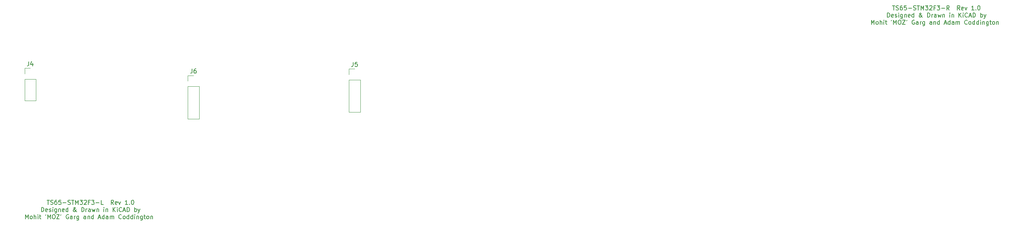
<source format=gto>
G04 #@! TF.GenerationSoftware,KiCad,Pcbnew,6.0.0-rc1-unknown-ba8647f~66~ubuntu18.04.1*
G04 #@! TF.CreationDate,2018-09-16T18:21:36-07:00*
G04 #@! TF.ProjectId,TS65,545336352E6B696361645F7063620000,0.7*
G04 #@! TF.SameCoordinates,Original*
G04 #@! TF.FileFunction,Legend,Top*
G04 #@! TF.FilePolarity,Positive*
%FSLAX46Y46*%
G04 Gerber Fmt 4.6, Leading zero omitted, Abs format (unit mm)*
G04 Created by KiCad (PCBNEW 6.0.0-rc1-unknown-ba8647f~66~ubuntu18.04.1) date Sun Sep 16 18:21:36 2018*
%MOMM*%
%LPD*%
G01*
G04 APERTURE LIST*
%ADD10C,0.200000*%
%ADD11C,0.120000*%
%ADD12C,0.150000*%
%ADD13C,0.010000*%
%ADD14C,0.002540*%
%ADD15O,1.903200X1.903200*%
%ADD16R,1.903200X1.903200*%
%ADD17O,1.703200X2.503200*%
%ADD18O,1.703200X3.503200*%
%ADD19C,4.191010*%
%ADD20C,1.905010*%
%ADD21C,2.703200*%
%ADD22O,2.703200X2.703200*%
%ADD23O,2.403200X2.703200*%
%ADD24C,2.103200*%
%ADD25C,2.103200*%
%ADD26C,2.540000*%
%ADD27C,3.479800*%
%ADD28O,1.603200X1.603200*%
%ADD29R,1.603200X1.603200*%
%ADD30C,6.203200*%
%ADD31C,2.235200*%
%ADD32R,2.235200X1.930400*%
%ADD33O,2.235200X1.930400*%
%ADD34C,1.903200*%
%ADD35C,1.003200*%
%ADD36O,1.503200X2.003200*%
%ADD37O,1.203200X1.603200*%
G04 APERTURE END LIST*
D10*
X120397285Y-115481380D02*
X120968714Y-115481380D01*
X120683000Y-116481380D02*
X120683000Y-115481380D01*
X121254428Y-116433761D02*
X121397285Y-116481380D01*
X121635380Y-116481380D01*
X121730619Y-116433761D01*
X121778238Y-116386142D01*
X121825857Y-116290904D01*
X121825857Y-116195666D01*
X121778238Y-116100428D01*
X121730619Y-116052809D01*
X121635380Y-116005190D01*
X121444904Y-115957571D01*
X121349666Y-115909952D01*
X121302047Y-115862333D01*
X121254428Y-115767095D01*
X121254428Y-115671857D01*
X121302047Y-115576619D01*
X121349666Y-115529000D01*
X121444904Y-115481380D01*
X121683000Y-115481380D01*
X121825857Y-115529000D01*
X122683000Y-115481380D02*
X122492523Y-115481380D01*
X122397285Y-115529000D01*
X122349666Y-115576619D01*
X122254428Y-115719476D01*
X122206809Y-115909952D01*
X122206809Y-116290904D01*
X122254428Y-116386142D01*
X122302047Y-116433761D01*
X122397285Y-116481380D01*
X122587761Y-116481380D01*
X122683000Y-116433761D01*
X122730619Y-116386142D01*
X122778238Y-116290904D01*
X122778238Y-116052809D01*
X122730619Y-115957571D01*
X122683000Y-115909952D01*
X122587761Y-115862333D01*
X122397285Y-115862333D01*
X122302047Y-115909952D01*
X122254428Y-115957571D01*
X122206809Y-116052809D01*
X123683000Y-115481380D02*
X123206809Y-115481380D01*
X123159190Y-115957571D01*
X123206809Y-115909952D01*
X123302047Y-115862333D01*
X123540142Y-115862333D01*
X123635380Y-115909952D01*
X123683000Y-115957571D01*
X123730619Y-116052809D01*
X123730619Y-116290904D01*
X123683000Y-116386142D01*
X123635380Y-116433761D01*
X123540142Y-116481380D01*
X123302047Y-116481380D01*
X123206809Y-116433761D01*
X123159190Y-116386142D01*
X124159190Y-116100428D02*
X124921095Y-116100428D01*
X125349666Y-116433761D02*
X125492523Y-116481380D01*
X125730619Y-116481380D01*
X125825857Y-116433761D01*
X125873476Y-116386142D01*
X125921095Y-116290904D01*
X125921095Y-116195666D01*
X125873476Y-116100428D01*
X125825857Y-116052809D01*
X125730619Y-116005190D01*
X125540142Y-115957571D01*
X125444904Y-115909952D01*
X125397285Y-115862333D01*
X125349666Y-115767095D01*
X125349666Y-115671857D01*
X125397285Y-115576619D01*
X125444904Y-115529000D01*
X125540142Y-115481380D01*
X125778238Y-115481380D01*
X125921095Y-115529000D01*
X126206809Y-115481380D02*
X126778238Y-115481380D01*
X126492523Y-116481380D02*
X126492523Y-115481380D01*
X127111571Y-116481380D02*
X127111571Y-115481380D01*
X127444904Y-116195666D01*
X127778238Y-115481380D01*
X127778238Y-116481380D01*
X128159190Y-115481380D02*
X128778238Y-115481380D01*
X128444904Y-115862333D01*
X128587761Y-115862333D01*
X128683000Y-115909952D01*
X128730619Y-115957571D01*
X128778238Y-116052809D01*
X128778238Y-116290904D01*
X128730619Y-116386142D01*
X128683000Y-116433761D01*
X128587761Y-116481380D01*
X128302047Y-116481380D01*
X128206809Y-116433761D01*
X128159190Y-116386142D01*
X129159190Y-115576619D02*
X129206809Y-115529000D01*
X129302047Y-115481380D01*
X129540142Y-115481380D01*
X129635380Y-115529000D01*
X129683000Y-115576619D01*
X129730619Y-115671857D01*
X129730619Y-115767095D01*
X129683000Y-115909952D01*
X129111571Y-116481380D01*
X129730619Y-116481380D01*
X130492523Y-115957571D02*
X130159190Y-115957571D01*
X130159190Y-116481380D02*
X130159190Y-115481380D01*
X130635380Y-115481380D01*
X130921095Y-115481380D02*
X131540142Y-115481380D01*
X131206809Y-115862333D01*
X131349666Y-115862333D01*
X131444904Y-115909952D01*
X131492523Y-115957571D01*
X131540142Y-116052809D01*
X131540142Y-116290904D01*
X131492523Y-116386142D01*
X131444904Y-116433761D01*
X131349666Y-116481380D01*
X131063952Y-116481380D01*
X130968714Y-116433761D01*
X130921095Y-116386142D01*
X131968714Y-116100428D02*
X132730619Y-116100428D01*
X133682999Y-116481380D02*
X133206809Y-116481380D01*
X133206809Y-115481380D01*
X136111571Y-116481380D02*
X135778238Y-116005190D01*
X135540142Y-116481380D02*
X135540142Y-115481380D01*
X135921095Y-115481380D01*
X136016333Y-115529000D01*
X136063952Y-115576619D01*
X136111571Y-115671857D01*
X136111571Y-115814714D01*
X136063952Y-115909952D01*
X136016333Y-115957571D01*
X135921095Y-116005190D01*
X135540142Y-116005190D01*
X136921095Y-116433761D02*
X136825857Y-116481380D01*
X136635380Y-116481380D01*
X136540142Y-116433761D01*
X136492523Y-116338523D01*
X136492523Y-115957571D01*
X136540142Y-115862333D01*
X136635380Y-115814714D01*
X136825857Y-115814714D01*
X136921095Y-115862333D01*
X136968714Y-115957571D01*
X136968714Y-116052809D01*
X136492523Y-116148047D01*
X137302047Y-115814714D02*
X137540142Y-116481380D01*
X137778238Y-115814714D01*
X139444904Y-116481380D02*
X138873476Y-116481380D01*
X139159190Y-116481380D02*
X139159190Y-115481380D01*
X139063952Y-115624238D01*
X138968714Y-115719476D01*
X138873476Y-115767095D01*
X139873476Y-116386142D02*
X139921095Y-116433761D01*
X139873476Y-116481380D01*
X139825857Y-116433761D01*
X139873476Y-116386142D01*
X139873476Y-116481380D01*
X140540142Y-115481380D02*
X140635380Y-115481380D01*
X140730619Y-115529000D01*
X140778238Y-115576619D01*
X140825857Y-115671857D01*
X140873476Y-115862333D01*
X140873476Y-116100428D01*
X140825857Y-116290904D01*
X140778238Y-116386142D01*
X140730619Y-116433761D01*
X140635380Y-116481380D01*
X140540142Y-116481380D01*
X140444904Y-116433761D01*
X140397285Y-116386142D01*
X140349666Y-116290904D01*
X140302047Y-116100428D01*
X140302047Y-115862333D01*
X140349666Y-115671857D01*
X140397285Y-115576619D01*
X140444904Y-115529000D01*
X140540142Y-115481380D01*
X119111571Y-118181380D02*
X119111571Y-117181380D01*
X119349666Y-117181380D01*
X119492523Y-117229000D01*
X119587761Y-117324238D01*
X119635380Y-117419476D01*
X119683000Y-117609952D01*
X119683000Y-117752809D01*
X119635380Y-117943285D01*
X119587761Y-118038523D01*
X119492523Y-118133761D01*
X119349666Y-118181380D01*
X119111571Y-118181380D01*
X120492523Y-118133761D02*
X120397285Y-118181380D01*
X120206809Y-118181380D01*
X120111571Y-118133761D01*
X120063952Y-118038523D01*
X120063952Y-117657571D01*
X120111571Y-117562333D01*
X120206809Y-117514714D01*
X120397285Y-117514714D01*
X120492523Y-117562333D01*
X120540142Y-117657571D01*
X120540142Y-117752809D01*
X120063952Y-117848047D01*
X120921095Y-118133761D02*
X121016333Y-118181380D01*
X121206809Y-118181380D01*
X121302047Y-118133761D01*
X121349666Y-118038523D01*
X121349666Y-117990904D01*
X121302047Y-117895666D01*
X121206809Y-117848047D01*
X121063952Y-117848047D01*
X120968714Y-117800428D01*
X120921095Y-117705190D01*
X120921095Y-117657571D01*
X120968714Y-117562333D01*
X121063952Y-117514714D01*
X121206809Y-117514714D01*
X121302047Y-117562333D01*
X121778238Y-118181380D02*
X121778238Y-117514714D01*
X121778238Y-117181380D02*
X121730619Y-117229000D01*
X121778238Y-117276619D01*
X121825857Y-117229000D01*
X121778238Y-117181380D01*
X121778238Y-117276619D01*
X122683000Y-117514714D02*
X122683000Y-118324238D01*
X122635380Y-118419476D01*
X122587761Y-118467095D01*
X122492523Y-118514714D01*
X122349666Y-118514714D01*
X122254428Y-118467095D01*
X122683000Y-118133761D02*
X122587761Y-118181380D01*
X122397285Y-118181380D01*
X122302047Y-118133761D01*
X122254428Y-118086142D01*
X122206809Y-117990904D01*
X122206809Y-117705190D01*
X122254428Y-117609952D01*
X122302047Y-117562333D01*
X122397285Y-117514714D01*
X122587761Y-117514714D01*
X122683000Y-117562333D01*
X123159190Y-117514714D02*
X123159190Y-118181380D01*
X123159190Y-117609952D02*
X123206809Y-117562333D01*
X123302047Y-117514714D01*
X123444904Y-117514714D01*
X123540142Y-117562333D01*
X123587761Y-117657571D01*
X123587761Y-118181380D01*
X124444904Y-118133761D02*
X124349666Y-118181380D01*
X124159190Y-118181380D01*
X124063952Y-118133761D01*
X124016333Y-118038523D01*
X124016333Y-117657571D01*
X124063952Y-117562333D01*
X124159190Y-117514714D01*
X124349666Y-117514714D01*
X124444904Y-117562333D01*
X124492523Y-117657571D01*
X124492523Y-117752809D01*
X124016333Y-117848047D01*
X125349666Y-118181380D02*
X125349666Y-117181380D01*
X125349666Y-118133761D02*
X125254428Y-118181380D01*
X125063952Y-118181380D01*
X124968714Y-118133761D01*
X124921095Y-118086142D01*
X124873476Y-117990904D01*
X124873476Y-117705190D01*
X124921095Y-117609952D01*
X124968714Y-117562333D01*
X125063952Y-117514714D01*
X125254428Y-117514714D01*
X125349666Y-117562333D01*
X127397285Y-118181380D02*
X127349666Y-118181380D01*
X127254428Y-118133761D01*
X127111571Y-117990904D01*
X126873476Y-117705190D01*
X126778238Y-117562333D01*
X126730619Y-117419476D01*
X126730619Y-117324238D01*
X126778238Y-117229000D01*
X126873476Y-117181380D01*
X126921095Y-117181380D01*
X127016333Y-117229000D01*
X127063952Y-117324238D01*
X127063952Y-117371857D01*
X127016333Y-117467095D01*
X126968714Y-117514714D01*
X126683000Y-117705190D01*
X126635380Y-117752809D01*
X126587761Y-117848047D01*
X126587761Y-117990904D01*
X126635380Y-118086142D01*
X126683000Y-118133761D01*
X126778238Y-118181380D01*
X126921095Y-118181380D01*
X127016333Y-118133761D01*
X127063952Y-118086142D01*
X127206809Y-117895666D01*
X127254428Y-117752809D01*
X127254428Y-117657571D01*
X128587761Y-118181380D02*
X128587761Y-117181380D01*
X128825857Y-117181380D01*
X128968714Y-117229000D01*
X129063952Y-117324238D01*
X129111571Y-117419476D01*
X129159190Y-117609952D01*
X129159190Y-117752809D01*
X129111571Y-117943285D01*
X129063952Y-118038523D01*
X128968714Y-118133761D01*
X128825857Y-118181380D01*
X128587761Y-118181380D01*
X129587761Y-118181380D02*
X129587761Y-117514714D01*
X129587761Y-117705190D02*
X129635380Y-117609952D01*
X129683000Y-117562333D01*
X129778238Y-117514714D01*
X129873476Y-117514714D01*
X130635380Y-118181380D02*
X130635380Y-117657571D01*
X130587761Y-117562333D01*
X130492523Y-117514714D01*
X130302047Y-117514714D01*
X130206809Y-117562333D01*
X130635380Y-118133761D02*
X130540142Y-118181380D01*
X130302047Y-118181380D01*
X130206809Y-118133761D01*
X130159190Y-118038523D01*
X130159190Y-117943285D01*
X130206809Y-117848047D01*
X130302047Y-117800428D01*
X130540142Y-117800428D01*
X130635380Y-117752809D01*
X131016333Y-117514714D02*
X131206809Y-118181380D01*
X131397285Y-117705190D01*
X131587761Y-118181380D01*
X131778238Y-117514714D01*
X132159190Y-117514714D02*
X132159190Y-118181380D01*
X132159190Y-117609952D02*
X132206809Y-117562333D01*
X132302047Y-117514714D01*
X132444904Y-117514714D01*
X132540142Y-117562333D01*
X132587761Y-117657571D01*
X132587761Y-118181380D01*
X133825857Y-118181380D02*
X133825857Y-117514714D01*
X133825857Y-117181380D02*
X133778238Y-117229000D01*
X133825857Y-117276619D01*
X133873476Y-117229000D01*
X133825857Y-117181380D01*
X133825857Y-117276619D01*
X134302047Y-117514714D02*
X134302047Y-118181380D01*
X134302047Y-117609952D02*
X134349666Y-117562333D01*
X134444904Y-117514714D01*
X134587761Y-117514714D01*
X134683000Y-117562333D01*
X134730619Y-117657571D01*
X134730619Y-118181380D01*
X135968714Y-118181380D02*
X135968714Y-117181380D01*
X136540142Y-118181380D02*
X136111571Y-117609952D01*
X136540142Y-117181380D02*
X135968714Y-117752809D01*
X136968714Y-118181380D02*
X136968714Y-117514714D01*
X136968714Y-117181380D02*
X136921095Y-117229000D01*
X136968714Y-117276619D01*
X137016333Y-117229000D01*
X136968714Y-117181380D01*
X136968714Y-117276619D01*
X138016333Y-118086142D02*
X137968714Y-118133761D01*
X137825857Y-118181380D01*
X137730619Y-118181380D01*
X137587761Y-118133761D01*
X137492523Y-118038523D01*
X137444904Y-117943285D01*
X137397285Y-117752809D01*
X137397285Y-117609952D01*
X137444904Y-117419476D01*
X137492523Y-117324238D01*
X137587761Y-117229000D01*
X137730619Y-117181380D01*
X137825857Y-117181380D01*
X137968714Y-117229000D01*
X138016333Y-117276619D01*
X138397285Y-117895666D02*
X138873476Y-117895666D01*
X138302047Y-118181380D02*
X138635380Y-117181380D01*
X138968714Y-118181380D01*
X139302047Y-118181380D02*
X139302047Y-117181380D01*
X139540142Y-117181380D01*
X139683000Y-117229000D01*
X139778238Y-117324238D01*
X139825857Y-117419476D01*
X139873476Y-117609952D01*
X139873476Y-117752809D01*
X139825857Y-117943285D01*
X139778238Y-118038523D01*
X139683000Y-118133761D01*
X139540142Y-118181380D01*
X139302047Y-118181380D01*
X141063952Y-118181380D02*
X141063952Y-117181380D01*
X141063952Y-117562333D02*
X141159190Y-117514714D01*
X141349666Y-117514714D01*
X141444904Y-117562333D01*
X141492523Y-117609952D01*
X141540142Y-117705190D01*
X141540142Y-117990904D01*
X141492523Y-118086142D01*
X141444904Y-118133761D01*
X141349666Y-118181380D01*
X141159190Y-118181380D01*
X141063952Y-118133761D01*
X141873476Y-117514714D02*
X142111571Y-118181380D01*
X142349666Y-117514714D02*
X142111571Y-118181380D01*
X142016333Y-118419476D01*
X141968714Y-118467095D01*
X141873476Y-118514714D01*
X115325857Y-119881380D02*
X115325857Y-118881380D01*
X115659190Y-119595666D01*
X115992523Y-118881380D01*
X115992523Y-119881380D01*
X116611571Y-119881380D02*
X116516333Y-119833761D01*
X116468714Y-119786142D01*
X116421095Y-119690904D01*
X116421095Y-119405190D01*
X116468714Y-119309952D01*
X116516333Y-119262333D01*
X116611571Y-119214714D01*
X116754428Y-119214714D01*
X116849666Y-119262333D01*
X116897285Y-119309952D01*
X116944904Y-119405190D01*
X116944904Y-119690904D01*
X116897285Y-119786142D01*
X116849666Y-119833761D01*
X116754428Y-119881380D01*
X116611571Y-119881380D01*
X117373476Y-119881380D02*
X117373476Y-118881380D01*
X117802047Y-119881380D02*
X117802047Y-119357571D01*
X117754428Y-119262333D01*
X117659190Y-119214714D01*
X117516333Y-119214714D01*
X117421095Y-119262333D01*
X117373476Y-119309952D01*
X118278238Y-119881380D02*
X118278238Y-119214714D01*
X118278238Y-118881380D02*
X118230619Y-118929000D01*
X118278238Y-118976619D01*
X118325857Y-118929000D01*
X118278238Y-118881380D01*
X118278238Y-118976619D01*
X118611571Y-119214714D02*
X118992523Y-119214714D01*
X118754428Y-118881380D02*
X118754428Y-119738523D01*
X118802047Y-119833761D01*
X118897285Y-119881380D01*
X118992523Y-119881380D01*
X120135380Y-118881380D02*
X120040142Y-119071857D01*
X120563952Y-119881380D02*
X120563952Y-118881380D01*
X120897285Y-119595666D01*
X121230619Y-118881380D01*
X121230619Y-119881380D01*
X121897285Y-118881380D02*
X122087761Y-118881380D01*
X122182999Y-118929000D01*
X122278238Y-119024238D01*
X122325857Y-119214714D01*
X122325857Y-119548047D01*
X122278238Y-119738523D01*
X122182999Y-119833761D01*
X122087761Y-119881380D01*
X121897285Y-119881380D01*
X121802047Y-119833761D01*
X121706809Y-119738523D01*
X121659190Y-119548047D01*
X121659190Y-119214714D01*
X121706809Y-119024238D01*
X121802047Y-118929000D01*
X121897285Y-118881380D01*
X122659190Y-118881380D02*
X123325857Y-118881380D01*
X122659190Y-119881380D01*
X123325857Y-119881380D01*
X123754428Y-118881380D02*
X123659190Y-119071857D01*
X125468714Y-118929000D02*
X125373476Y-118881380D01*
X125230619Y-118881380D01*
X125087761Y-118929000D01*
X124992523Y-119024238D01*
X124944904Y-119119476D01*
X124897285Y-119309952D01*
X124897285Y-119452809D01*
X124944904Y-119643285D01*
X124992523Y-119738523D01*
X125087761Y-119833761D01*
X125230619Y-119881380D01*
X125325857Y-119881380D01*
X125468714Y-119833761D01*
X125516333Y-119786142D01*
X125516333Y-119452809D01*
X125325857Y-119452809D01*
X126373476Y-119881380D02*
X126373476Y-119357571D01*
X126325857Y-119262333D01*
X126230619Y-119214714D01*
X126040142Y-119214714D01*
X125944904Y-119262333D01*
X126373476Y-119833761D02*
X126278238Y-119881380D01*
X126040142Y-119881380D01*
X125944904Y-119833761D01*
X125897285Y-119738523D01*
X125897285Y-119643285D01*
X125944904Y-119548047D01*
X126040142Y-119500428D01*
X126278238Y-119500428D01*
X126373476Y-119452809D01*
X126849666Y-119881380D02*
X126849666Y-119214714D01*
X126849666Y-119405190D02*
X126897285Y-119309952D01*
X126944904Y-119262333D01*
X127040142Y-119214714D01*
X127135380Y-119214714D01*
X127897285Y-119214714D02*
X127897285Y-120024238D01*
X127849666Y-120119476D01*
X127802047Y-120167095D01*
X127706809Y-120214714D01*
X127563952Y-120214714D01*
X127468714Y-120167095D01*
X127897285Y-119833761D02*
X127802047Y-119881380D01*
X127611571Y-119881380D01*
X127516333Y-119833761D01*
X127468714Y-119786142D01*
X127421095Y-119690904D01*
X127421095Y-119405190D01*
X127468714Y-119309952D01*
X127516333Y-119262333D01*
X127611571Y-119214714D01*
X127802047Y-119214714D01*
X127897285Y-119262333D01*
X129563952Y-119881380D02*
X129563952Y-119357571D01*
X129516333Y-119262333D01*
X129421095Y-119214714D01*
X129230619Y-119214714D01*
X129135380Y-119262333D01*
X129563952Y-119833761D02*
X129468714Y-119881380D01*
X129230619Y-119881380D01*
X129135380Y-119833761D01*
X129087761Y-119738523D01*
X129087761Y-119643285D01*
X129135380Y-119548047D01*
X129230619Y-119500428D01*
X129468714Y-119500428D01*
X129563952Y-119452809D01*
X130040142Y-119214714D02*
X130040142Y-119881380D01*
X130040142Y-119309952D02*
X130087761Y-119262333D01*
X130182999Y-119214714D01*
X130325857Y-119214714D01*
X130421095Y-119262333D01*
X130468714Y-119357571D01*
X130468714Y-119881380D01*
X131373476Y-119881380D02*
X131373476Y-118881380D01*
X131373476Y-119833761D02*
X131278238Y-119881380D01*
X131087761Y-119881380D01*
X130992523Y-119833761D01*
X130944904Y-119786142D01*
X130897285Y-119690904D01*
X130897285Y-119405190D01*
X130944904Y-119309952D01*
X130992523Y-119262333D01*
X131087761Y-119214714D01*
X131278238Y-119214714D01*
X131373476Y-119262333D01*
X132563952Y-119595666D02*
X133040142Y-119595666D01*
X132468714Y-119881380D02*
X132802047Y-118881380D01*
X133135380Y-119881380D01*
X133897285Y-119881380D02*
X133897285Y-118881380D01*
X133897285Y-119833761D02*
X133802047Y-119881380D01*
X133611571Y-119881380D01*
X133516333Y-119833761D01*
X133468714Y-119786142D01*
X133421095Y-119690904D01*
X133421095Y-119405190D01*
X133468714Y-119309952D01*
X133516333Y-119262333D01*
X133611571Y-119214714D01*
X133802047Y-119214714D01*
X133897285Y-119262333D01*
X134802047Y-119881380D02*
X134802047Y-119357571D01*
X134754428Y-119262333D01*
X134659190Y-119214714D01*
X134468714Y-119214714D01*
X134373476Y-119262333D01*
X134802047Y-119833761D02*
X134706809Y-119881380D01*
X134468714Y-119881380D01*
X134373476Y-119833761D01*
X134325857Y-119738523D01*
X134325857Y-119643285D01*
X134373476Y-119548047D01*
X134468714Y-119500428D01*
X134706809Y-119500428D01*
X134802047Y-119452809D01*
X135278238Y-119881380D02*
X135278238Y-119214714D01*
X135278238Y-119309952D02*
X135325857Y-119262333D01*
X135421095Y-119214714D01*
X135563952Y-119214714D01*
X135659190Y-119262333D01*
X135706809Y-119357571D01*
X135706809Y-119881380D01*
X135706809Y-119357571D02*
X135754428Y-119262333D01*
X135849666Y-119214714D01*
X135992523Y-119214714D01*
X136087761Y-119262333D01*
X136135380Y-119357571D01*
X136135380Y-119881380D01*
X137944904Y-119786142D02*
X137897285Y-119833761D01*
X137754428Y-119881380D01*
X137659190Y-119881380D01*
X137516333Y-119833761D01*
X137421095Y-119738523D01*
X137373476Y-119643285D01*
X137325857Y-119452809D01*
X137325857Y-119309952D01*
X137373476Y-119119476D01*
X137421095Y-119024238D01*
X137516333Y-118929000D01*
X137659190Y-118881380D01*
X137754428Y-118881380D01*
X137897285Y-118929000D01*
X137944904Y-118976619D01*
X138516333Y-119881380D02*
X138421095Y-119833761D01*
X138373476Y-119786142D01*
X138325857Y-119690904D01*
X138325857Y-119405190D01*
X138373476Y-119309952D01*
X138421095Y-119262333D01*
X138516333Y-119214714D01*
X138659190Y-119214714D01*
X138754428Y-119262333D01*
X138802047Y-119309952D01*
X138849666Y-119405190D01*
X138849666Y-119690904D01*
X138802047Y-119786142D01*
X138754428Y-119833761D01*
X138659190Y-119881380D01*
X138516333Y-119881380D01*
X139706809Y-119881380D02*
X139706809Y-118881380D01*
X139706809Y-119833761D02*
X139611571Y-119881380D01*
X139421095Y-119881380D01*
X139325857Y-119833761D01*
X139278238Y-119786142D01*
X139230619Y-119690904D01*
X139230619Y-119405190D01*
X139278238Y-119309952D01*
X139325857Y-119262333D01*
X139421095Y-119214714D01*
X139611571Y-119214714D01*
X139706809Y-119262333D01*
X140611571Y-119881380D02*
X140611571Y-118881380D01*
X140611571Y-119833761D02*
X140516333Y-119881380D01*
X140325857Y-119881380D01*
X140230619Y-119833761D01*
X140182999Y-119786142D01*
X140135380Y-119690904D01*
X140135380Y-119405190D01*
X140182999Y-119309952D01*
X140230619Y-119262333D01*
X140325857Y-119214714D01*
X140516333Y-119214714D01*
X140611571Y-119262333D01*
X141087761Y-119881380D02*
X141087761Y-119214714D01*
X141087761Y-118881380D02*
X141040142Y-118929000D01*
X141087761Y-118976619D01*
X141135380Y-118929000D01*
X141087761Y-118881380D01*
X141087761Y-118976619D01*
X141563952Y-119214714D02*
X141563952Y-119881380D01*
X141563952Y-119309952D02*
X141611571Y-119262333D01*
X141706809Y-119214714D01*
X141849666Y-119214714D01*
X141944904Y-119262333D01*
X141992523Y-119357571D01*
X141992523Y-119881380D01*
X142897285Y-119214714D02*
X142897285Y-120024238D01*
X142849666Y-120119476D01*
X142802047Y-120167095D01*
X142706809Y-120214714D01*
X142563952Y-120214714D01*
X142468714Y-120167095D01*
X142897285Y-119833761D02*
X142802047Y-119881380D01*
X142611571Y-119881380D01*
X142516333Y-119833761D01*
X142468714Y-119786142D01*
X142421095Y-119690904D01*
X142421095Y-119405190D01*
X142468714Y-119309952D01*
X142516333Y-119262333D01*
X142611571Y-119214714D01*
X142802047Y-119214714D01*
X142897285Y-119262333D01*
X143230619Y-119214714D02*
X143611571Y-119214714D01*
X143373476Y-118881380D02*
X143373476Y-119738523D01*
X143421095Y-119833761D01*
X143516333Y-119881380D01*
X143611571Y-119881380D01*
X144087761Y-119881380D02*
X143992523Y-119833761D01*
X143944904Y-119786142D01*
X143897285Y-119690904D01*
X143897285Y-119405190D01*
X143944904Y-119309952D01*
X143992523Y-119262333D01*
X144087761Y-119214714D01*
X144230619Y-119214714D01*
X144325857Y-119262333D01*
X144373476Y-119309952D01*
X144421095Y-119405190D01*
X144421095Y-119690904D01*
X144373476Y-119786142D01*
X144325857Y-119833761D01*
X144230619Y-119881380D01*
X144087761Y-119881380D01*
X144849666Y-119214714D02*
X144849666Y-119881380D01*
X144849666Y-119309952D02*
X144897285Y-119262333D01*
X144992523Y-119214714D01*
X145135380Y-119214714D01*
X145230619Y-119262333D01*
X145278238Y-119357571D01*
X145278238Y-119881380D01*
X319826147Y-69507580D02*
X320397576Y-69507580D01*
X320111861Y-70507580D02*
X320111861Y-69507580D01*
X320683290Y-70459961D02*
X320826147Y-70507580D01*
X321064242Y-70507580D01*
X321159480Y-70459961D01*
X321207100Y-70412342D01*
X321254719Y-70317104D01*
X321254719Y-70221866D01*
X321207100Y-70126628D01*
X321159480Y-70079009D01*
X321064242Y-70031390D01*
X320873766Y-69983771D01*
X320778528Y-69936152D01*
X320730909Y-69888533D01*
X320683290Y-69793295D01*
X320683290Y-69698057D01*
X320730909Y-69602819D01*
X320778528Y-69555200D01*
X320873766Y-69507580D01*
X321111861Y-69507580D01*
X321254719Y-69555200D01*
X322111861Y-69507580D02*
X321921385Y-69507580D01*
X321826147Y-69555200D01*
X321778528Y-69602819D01*
X321683290Y-69745676D01*
X321635671Y-69936152D01*
X321635671Y-70317104D01*
X321683290Y-70412342D01*
X321730909Y-70459961D01*
X321826147Y-70507580D01*
X322016623Y-70507580D01*
X322111861Y-70459961D01*
X322159480Y-70412342D01*
X322207100Y-70317104D01*
X322207100Y-70079009D01*
X322159480Y-69983771D01*
X322111861Y-69936152D01*
X322016623Y-69888533D01*
X321826147Y-69888533D01*
X321730909Y-69936152D01*
X321683290Y-69983771D01*
X321635671Y-70079009D01*
X323111861Y-69507580D02*
X322635671Y-69507580D01*
X322588052Y-69983771D01*
X322635671Y-69936152D01*
X322730909Y-69888533D01*
X322969004Y-69888533D01*
X323064242Y-69936152D01*
X323111861Y-69983771D01*
X323159480Y-70079009D01*
X323159480Y-70317104D01*
X323111861Y-70412342D01*
X323064242Y-70459961D01*
X322969004Y-70507580D01*
X322730909Y-70507580D01*
X322635671Y-70459961D01*
X322588052Y-70412342D01*
X323588052Y-70126628D02*
X324349957Y-70126628D01*
X324778528Y-70459961D02*
X324921385Y-70507580D01*
X325159480Y-70507580D01*
X325254719Y-70459961D01*
X325302338Y-70412342D01*
X325349957Y-70317104D01*
X325349957Y-70221866D01*
X325302338Y-70126628D01*
X325254719Y-70079009D01*
X325159480Y-70031390D01*
X324969004Y-69983771D01*
X324873766Y-69936152D01*
X324826147Y-69888533D01*
X324778528Y-69793295D01*
X324778528Y-69698057D01*
X324826147Y-69602819D01*
X324873766Y-69555200D01*
X324969004Y-69507580D01*
X325207100Y-69507580D01*
X325349957Y-69555200D01*
X325635671Y-69507580D02*
X326207100Y-69507580D01*
X325921385Y-70507580D02*
X325921385Y-69507580D01*
X326540433Y-70507580D02*
X326540433Y-69507580D01*
X326873766Y-70221866D01*
X327207100Y-69507580D01*
X327207100Y-70507580D01*
X327588052Y-69507580D02*
X328207100Y-69507580D01*
X327873766Y-69888533D01*
X328016623Y-69888533D01*
X328111861Y-69936152D01*
X328159480Y-69983771D01*
X328207100Y-70079009D01*
X328207100Y-70317104D01*
X328159480Y-70412342D01*
X328111861Y-70459961D01*
X328016623Y-70507580D01*
X327730909Y-70507580D01*
X327635671Y-70459961D01*
X327588052Y-70412342D01*
X328588052Y-69602819D02*
X328635671Y-69555200D01*
X328730909Y-69507580D01*
X328969004Y-69507580D01*
X329064242Y-69555200D01*
X329111861Y-69602819D01*
X329159480Y-69698057D01*
X329159480Y-69793295D01*
X329111861Y-69936152D01*
X328540433Y-70507580D01*
X329159480Y-70507580D01*
X329921385Y-69983771D02*
X329588052Y-69983771D01*
X329588052Y-70507580D02*
X329588052Y-69507580D01*
X330064242Y-69507580D01*
X330349957Y-69507580D02*
X330969004Y-69507580D01*
X330635671Y-69888533D01*
X330778528Y-69888533D01*
X330873766Y-69936152D01*
X330921385Y-69983771D01*
X330969004Y-70079009D01*
X330969004Y-70317104D01*
X330921385Y-70412342D01*
X330873766Y-70459961D01*
X330778528Y-70507580D01*
X330492814Y-70507580D01*
X330397576Y-70459961D01*
X330349957Y-70412342D01*
X331397576Y-70126628D02*
X332159480Y-70126628D01*
X333207100Y-70507580D02*
X332873766Y-70031390D01*
X332635671Y-70507580D02*
X332635671Y-69507580D01*
X333016623Y-69507580D01*
X333111861Y-69555200D01*
X333159480Y-69602819D01*
X333207100Y-69698057D01*
X333207100Y-69840914D01*
X333159480Y-69936152D01*
X333111861Y-69983771D01*
X333016623Y-70031390D01*
X332635671Y-70031390D01*
X335730909Y-70507580D02*
X335397576Y-70031390D01*
X335159480Y-70507580D02*
X335159480Y-69507580D01*
X335540433Y-69507580D01*
X335635671Y-69555200D01*
X335683290Y-69602819D01*
X335730909Y-69698057D01*
X335730909Y-69840914D01*
X335683290Y-69936152D01*
X335635671Y-69983771D01*
X335540433Y-70031390D01*
X335159480Y-70031390D01*
X336540433Y-70459961D02*
X336445195Y-70507580D01*
X336254719Y-70507580D01*
X336159480Y-70459961D01*
X336111861Y-70364723D01*
X336111861Y-69983771D01*
X336159480Y-69888533D01*
X336254719Y-69840914D01*
X336445195Y-69840914D01*
X336540433Y-69888533D01*
X336588052Y-69983771D01*
X336588052Y-70079009D01*
X336111861Y-70174247D01*
X336921385Y-69840914D02*
X337159480Y-70507580D01*
X337397576Y-69840914D01*
X339064242Y-70507580D02*
X338492814Y-70507580D01*
X338778528Y-70507580D02*
X338778528Y-69507580D01*
X338683290Y-69650438D01*
X338588052Y-69745676D01*
X338492814Y-69793295D01*
X339492814Y-70412342D02*
X339540433Y-70459961D01*
X339492814Y-70507580D01*
X339445195Y-70459961D01*
X339492814Y-70412342D01*
X339492814Y-70507580D01*
X340159480Y-69507580D02*
X340254719Y-69507580D01*
X340349957Y-69555200D01*
X340397576Y-69602819D01*
X340445195Y-69698057D01*
X340492814Y-69888533D01*
X340492814Y-70126628D01*
X340445195Y-70317104D01*
X340397576Y-70412342D01*
X340349957Y-70459961D01*
X340254719Y-70507580D01*
X340159480Y-70507580D01*
X340064242Y-70459961D01*
X340016623Y-70412342D01*
X339969004Y-70317104D01*
X339921385Y-70126628D01*
X339921385Y-69888533D01*
X339969004Y-69698057D01*
X340016623Y-69602819D01*
X340064242Y-69555200D01*
X340159480Y-69507580D01*
X318635671Y-72207580D02*
X318635671Y-71207580D01*
X318873766Y-71207580D01*
X319016623Y-71255200D01*
X319111861Y-71350438D01*
X319159480Y-71445676D01*
X319207100Y-71636152D01*
X319207100Y-71779009D01*
X319159480Y-71969485D01*
X319111861Y-72064723D01*
X319016623Y-72159961D01*
X318873766Y-72207580D01*
X318635671Y-72207580D01*
X320016623Y-72159961D02*
X319921385Y-72207580D01*
X319730909Y-72207580D01*
X319635671Y-72159961D01*
X319588052Y-72064723D01*
X319588052Y-71683771D01*
X319635671Y-71588533D01*
X319730909Y-71540914D01*
X319921385Y-71540914D01*
X320016623Y-71588533D01*
X320064242Y-71683771D01*
X320064242Y-71779009D01*
X319588052Y-71874247D01*
X320445195Y-72159961D02*
X320540433Y-72207580D01*
X320730909Y-72207580D01*
X320826147Y-72159961D01*
X320873766Y-72064723D01*
X320873766Y-72017104D01*
X320826147Y-71921866D01*
X320730909Y-71874247D01*
X320588052Y-71874247D01*
X320492814Y-71826628D01*
X320445195Y-71731390D01*
X320445195Y-71683771D01*
X320492814Y-71588533D01*
X320588052Y-71540914D01*
X320730909Y-71540914D01*
X320826147Y-71588533D01*
X321302338Y-72207580D02*
X321302338Y-71540914D01*
X321302338Y-71207580D02*
X321254719Y-71255200D01*
X321302338Y-71302819D01*
X321349957Y-71255200D01*
X321302338Y-71207580D01*
X321302338Y-71302819D01*
X322207100Y-71540914D02*
X322207100Y-72350438D01*
X322159480Y-72445676D01*
X322111861Y-72493295D01*
X322016623Y-72540914D01*
X321873766Y-72540914D01*
X321778528Y-72493295D01*
X322207100Y-72159961D02*
X322111861Y-72207580D01*
X321921385Y-72207580D01*
X321826147Y-72159961D01*
X321778528Y-72112342D01*
X321730909Y-72017104D01*
X321730909Y-71731390D01*
X321778528Y-71636152D01*
X321826147Y-71588533D01*
X321921385Y-71540914D01*
X322111861Y-71540914D01*
X322207100Y-71588533D01*
X322683290Y-71540914D02*
X322683290Y-72207580D01*
X322683290Y-71636152D02*
X322730909Y-71588533D01*
X322826147Y-71540914D01*
X322969004Y-71540914D01*
X323064242Y-71588533D01*
X323111861Y-71683771D01*
X323111861Y-72207580D01*
X323969004Y-72159961D02*
X323873766Y-72207580D01*
X323683290Y-72207580D01*
X323588052Y-72159961D01*
X323540433Y-72064723D01*
X323540433Y-71683771D01*
X323588052Y-71588533D01*
X323683290Y-71540914D01*
X323873766Y-71540914D01*
X323969004Y-71588533D01*
X324016623Y-71683771D01*
X324016623Y-71779009D01*
X323540433Y-71874247D01*
X324873766Y-72207580D02*
X324873766Y-71207580D01*
X324873766Y-72159961D02*
X324778528Y-72207580D01*
X324588052Y-72207580D01*
X324492814Y-72159961D01*
X324445195Y-72112342D01*
X324397576Y-72017104D01*
X324397576Y-71731390D01*
X324445195Y-71636152D01*
X324492814Y-71588533D01*
X324588052Y-71540914D01*
X324778528Y-71540914D01*
X324873766Y-71588533D01*
X326921385Y-72207580D02*
X326873766Y-72207580D01*
X326778528Y-72159961D01*
X326635671Y-72017104D01*
X326397576Y-71731390D01*
X326302338Y-71588533D01*
X326254719Y-71445676D01*
X326254719Y-71350438D01*
X326302338Y-71255200D01*
X326397576Y-71207580D01*
X326445195Y-71207580D01*
X326540433Y-71255200D01*
X326588052Y-71350438D01*
X326588052Y-71398057D01*
X326540433Y-71493295D01*
X326492814Y-71540914D01*
X326207100Y-71731390D01*
X326159480Y-71779009D01*
X326111861Y-71874247D01*
X326111861Y-72017104D01*
X326159480Y-72112342D01*
X326207100Y-72159961D01*
X326302338Y-72207580D01*
X326445195Y-72207580D01*
X326540433Y-72159961D01*
X326588052Y-72112342D01*
X326730909Y-71921866D01*
X326778528Y-71779009D01*
X326778528Y-71683771D01*
X328111861Y-72207580D02*
X328111861Y-71207580D01*
X328349957Y-71207580D01*
X328492814Y-71255200D01*
X328588052Y-71350438D01*
X328635671Y-71445676D01*
X328683290Y-71636152D01*
X328683290Y-71779009D01*
X328635671Y-71969485D01*
X328588052Y-72064723D01*
X328492814Y-72159961D01*
X328349957Y-72207580D01*
X328111861Y-72207580D01*
X329111861Y-72207580D02*
X329111861Y-71540914D01*
X329111861Y-71731390D02*
X329159480Y-71636152D01*
X329207100Y-71588533D01*
X329302338Y-71540914D01*
X329397576Y-71540914D01*
X330159480Y-72207580D02*
X330159480Y-71683771D01*
X330111861Y-71588533D01*
X330016623Y-71540914D01*
X329826147Y-71540914D01*
X329730909Y-71588533D01*
X330159480Y-72159961D02*
X330064242Y-72207580D01*
X329826147Y-72207580D01*
X329730909Y-72159961D01*
X329683290Y-72064723D01*
X329683290Y-71969485D01*
X329730909Y-71874247D01*
X329826147Y-71826628D01*
X330064242Y-71826628D01*
X330159480Y-71779009D01*
X330540433Y-71540914D02*
X330730909Y-72207580D01*
X330921385Y-71731390D01*
X331111861Y-72207580D01*
X331302338Y-71540914D01*
X331683290Y-71540914D02*
X331683290Y-72207580D01*
X331683290Y-71636152D02*
X331730909Y-71588533D01*
X331826147Y-71540914D01*
X331969004Y-71540914D01*
X332064242Y-71588533D01*
X332111861Y-71683771D01*
X332111861Y-72207580D01*
X333349957Y-72207580D02*
X333349957Y-71540914D01*
X333349957Y-71207580D02*
X333302338Y-71255200D01*
X333349957Y-71302819D01*
X333397576Y-71255200D01*
X333349957Y-71207580D01*
X333349957Y-71302819D01*
X333826147Y-71540914D02*
X333826147Y-72207580D01*
X333826147Y-71636152D02*
X333873766Y-71588533D01*
X333969004Y-71540914D01*
X334111861Y-71540914D01*
X334207100Y-71588533D01*
X334254719Y-71683771D01*
X334254719Y-72207580D01*
X335492814Y-72207580D02*
X335492814Y-71207580D01*
X336064242Y-72207580D02*
X335635671Y-71636152D01*
X336064242Y-71207580D02*
X335492814Y-71779009D01*
X336492814Y-72207580D02*
X336492814Y-71540914D01*
X336492814Y-71207580D02*
X336445195Y-71255200D01*
X336492814Y-71302819D01*
X336540433Y-71255200D01*
X336492814Y-71207580D01*
X336492814Y-71302819D01*
X337540433Y-72112342D02*
X337492814Y-72159961D01*
X337349957Y-72207580D01*
X337254719Y-72207580D01*
X337111861Y-72159961D01*
X337016623Y-72064723D01*
X336969004Y-71969485D01*
X336921385Y-71779009D01*
X336921385Y-71636152D01*
X336969004Y-71445676D01*
X337016623Y-71350438D01*
X337111861Y-71255200D01*
X337254719Y-71207580D01*
X337349957Y-71207580D01*
X337492814Y-71255200D01*
X337540433Y-71302819D01*
X337921385Y-71921866D02*
X338397576Y-71921866D01*
X337826147Y-72207580D02*
X338159480Y-71207580D01*
X338492814Y-72207580D01*
X338826147Y-72207580D02*
X338826147Y-71207580D01*
X339064242Y-71207580D01*
X339207100Y-71255200D01*
X339302338Y-71350438D01*
X339349957Y-71445676D01*
X339397576Y-71636152D01*
X339397576Y-71779009D01*
X339349957Y-71969485D01*
X339302338Y-72064723D01*
X339207100Y-72159961D01*
X339064242Y-72207580D01*
X338826147Y-72207580D01*
X340588052Y-72207580D02*
X340588052Y-71207580D01*
X340588052Y-71588533D02*
X340683290Y-71540914D01*
X340873766Y-71540914D01*
X340969004Y-71588533D01*
X341016623Y-71636152D01*
X341064242Y-71731390D01*
X341064242Y-72017104D01*
X341016623Y-72112342D01*
X340969004Y-72159961D01*
X340873766Y-72207580D01*
X340683290Y-72207580D01*
X340588052Y-72159961D01*
X341397576Y-71540914D02*
X341635671Y-72207580D01*
X341873766Y-71540914D02*
X341635671Y-72207580D01*
X341540433Y-72445676D01*
X341492814Y-72493295D01*
X341397576Y-72540914D01*
X314849957Y-73907580D02*
X314849957Y-72907580D01*
X315183290Y-73621866D01*
X315516623Y-72907580D01*
X315516623Y-73907580D01*
X316135671Y-73907580D02*
X316040433Y-73859961D01*
X315992814Y-73812342D01*
X315945195Y-73717104D01*
X315945195Y-73431390D01*
X315992814Y-73336152D01*
X316040433Y-73288533D01*
X316135671Y-73240914D01*
X316278528Y-73240914D01*
X316373766Y-73288533D01*
X316421385Y-73336152D01*
X316469004Y-73431390D01*
X316469004Y-73717104D01*
X316421385Y-73812342D01*
X316373766Y-73859961D01*
X316278528Y-73907580D01*
X316135671Y-73907580D01*
X316897576Y-73907580D02*
X316897576Y-72907580D01*
X317326147Y-73907580D02*
X317326147Y-73383771D01*
X317278528Y-73288533D01*
X317183290Y-73240914D01*
X317040433Y-73240914D01*
X316945195Y-73288533D01*
X316897576Y-73336152D01*
X317802338Y-73907580D02*
X317802338Y-73240914D01*
X317802338Y-72907580D02*
X317754719Y-72955200D01*
X317802338Y-73002819D01*
X317849957Y-72955200D01*
X317802338Y-72907580D01*
X317802338Y-73002819D01*
X318135671Y-73240914D02*
X318516623Y-73240914D01*
X318278528Y-72907580D02*
X318278528Y-73764723D01*
X318326147Y-73859961D01*
X318421385Y-73907580D01*
X318516623Y-73907580D01*
X319659480Y-72907580D02*
X319564242Y-73098057D01*
X320088052Y-73907580D02*
X320088052Y-72907580D01*
X320421385Y-73621866D01*
X320754719Y-72907580D01*
X320754719Y-73907580D01*
X321421385Y-72907580D02*
X321611861Y-72907580D01*
X321707100Y-72955200D01*
X321802338Y-73050438D01*
X321849957Y-73240914D01*
X321849957Y-73574247D01*
X321802338Y-73764723D01*
X321707100Y-73859961D01*
X321611861Y-73907580D01*
X321421385Y-73907580D01*
X321326147Y-73859961D01*
X321230909Y-73764723D01*
X321183290Y-73574247D01*
X321183290Y-73240914D01*
X321230909Y-73050438D01*
X321326147Y-72955200D01*
X321421385Y-72907580D01*
X322183290Y-72907580D02*
X322849957Y-72907580D01*
X322183290Y-73907580D01*
X322849957Y-73907580D01*
X323278528Y-72907580D02*
X323183290Y-73098057D01*
X324992814Y-72955200D02*
X324897576Y-72907580D01*
X324754719Y-72907580D01*
X324611861Y-72955200D01*
X324516623Y-73050438D01*
X324469004Y-73145676D01*
X324421385Y-73336152D01*
X324421385Y-73479009D01*
X324469004Y-73669485D01*
X324516623Y-73764723D01*
X324611861Y-73859961D01*
X324754719Y-73907580D01*
X324849957Y-73907580D01*
X324992814Y-73859961D01*
X325040433Y-73812342D01*
X325040433Y-73479009D01*
X324849957Y-73479009D01*
X325897576Y-73907580D02*
X325897576Y-73383771D01*
X325849957Y-73288533D01*
X325754719Y-73240914D01*
X325564242Y-73240914D01*
X325469004Y-73288533D01*
X325897576Y-73859961D02*
X325802338Y-73907580D01*
X325564242Y-73907580D01*
X325469004Y-73859961D01*
X325421385Y-73764723D01*
X325421385Y-73669485D01*
X325469004Y-73574247D01*
X325564242Y-73526628D01*
X325802338Y-73526628D01*
X325897576Y-73479009D01*
X326373766Y-73907580D02*
X326373766Y-73240914D01*
X326373766Y-73431390D02*
X326421385Y-73336152D01*
X326469004Y-73288533D01*
X326564242Y-73240914D01*
X326659480Y-73240914D01*
X327421385Y-73240914D02*
X327421385Y-74050438D01*
X327373766Y-74145676D01*
X327326147Y-74193295D01*
X327230909Y-74240914D01*
X327088052Y-74240914D01*
X326992814Y-74193295D01*
X327421385Y-73859961D02*
X327326147Y-73907580D01*
X327135671Y-73907580D01*
X327040433Y-73859961D01*
X326992814Y-73812342D01*
X326945195Y-73717104D01*
X326945195Y-73431390D01*
X326992814Y-73336152D01*
X327040433Y-73288533D01*
X327135671Y-73240914D01*
X327326147Y-73240914D01*
X327421385Y-73288533D01*
X329088052Y-73907580D02*
X329088052Y-73383771D01*
X329040433Y-73288533D01*
X328945195Y-73240914D01*
X328754719Y-73240914D01*
X328659480Y-73288533D01*
X329088052Y-73859961D02*
X328992814Y-73907580D01*
X328754719Y-73907580D01*
X328659480Y-73859961D01*
X328611861Y-73764723D01*
X328611861Y-73669485D01*
X328659480Y-73574247D01*
X328754719Y-73526628D01*
X328992814Y-73526628D01*
X329088052Y-73479009D01*
X329564242Y-73240914D02*
X329564242Y-73907580D01*
X329564242Y-73336152D02*
X329611861Y-73288533D01*
X329707100Y-73240914D01*
X329849957Y-73240914D01*
X329945195Y-73288533D01*
X329992814Y-73383771D01*
X329992814Y-73907580D01*
X330897576Y-73907580D02*
X330897576Y-72907580D01*
X330897576Y-73859961D02*
X330802338Y-73907580D01*
X330611861Y-73907580D01*
X330516623Y-73859961D01*
X330469004Y-73812342D01*
X330421385Y-73717104D01*
X330421385Y-73431390D01*
X330469004Y-73336152D01*
X330516623Y-73288533D01*
X330611861Y-73240914D01*
X330802338Y-73240914D01*
X330897576Y-73288533D01*
X332088052Y-73621866D02*
X332564242Y-73621866D01*
X331992814Y-73907580D02*
X332326147Y-72907580D01*
X332659480Y-73907580D01*
X333421385Y-73907580D02*
X333421385Y-72907580D01*
X333421385Y-73859961D02*
X333326147Y-73907580D01*
X333135671Y-73907580D01*
X333040433Y-73859961D01*
X332992814Y-73812342D01*
X332945195Y-73717104D01*
X332945195Y-73431390D01*
X332992814Y-73336152D01*
X333040433Y-73288533D01*
X333135671Y-73240914D01*
X333326147Y-73240914D01*
X333421385Y-73288533D01*
X334326147Y-73907580D02*
X334326147Y-73383771D01*
X334278528Y-73288533D01*
X334183290Y-73240914D01*
X333992814Y-73240914D01*
X333897576Y-73288533D01*
X334326147Y-73859961D02*
X334230909Y-73907580D01*
X333992814Y-73907580D01*
X333897576Y-73859961D01*
X333849957Y-73764723D01*
X333849957Y-73669485D01*
X333897576Y-73574247D01*
X333992814Y-73526628D01*
X334230909Y-73526628D01*
X334326147Y-73479009D01*
X334802338Y-73907580D02*
X334802338Y-73240914D01*
X334802338Y-73336152D02*
X334849957Y-73288533D01*
X334945195Y-73240914D01*
X335088052Y-73240914D01*
X335183290Y-73288533D01*
X335230909Y-73383771D01*
X335230909Y-73907580D01*
X335230909Y-73383771D02*
X335278528Y-73288533D01*
X335373766Y-73240914D01*
X335516623Y-73240914D01*
X335611861Y-73288533D01*
X335659480Y-73383771D01*
X335659480Y-73907580D01*
X337469004Y-73812342D02*
X337421385Y-73859961D01*
X337278528Y-73907580D01*
X337183290Y-73907580D01*
X337040433Y-73859961D01*
X336945195Y-73764723D01*
X336897576Y-73669485D01*
X336849957Y-73479009D01*
X336849957Y-73336152D01*
X336897576Y-73145676D01*
X336945195Y-73050438D01*
X337040433Y-72955200D01*
X337183290Y-72907580D01*
X337278528Y-72907580D01*
X337421385Y-72955200D01*
X337469004Y-73002819D01*
X338040433Y-73907580D02*
X337945195Y-73859961D01*
X337897576Y-73812342D01*
X337849957Y-73717104D01*
X337849957Y-73431390D01*
X337897576Y-73336152D01*
X337945195Y-73288533D01*
X338040433Y-73240914D01*
X338183290Y-73240914D01*
X338278528Y-73288533D01*
X338326147Y-73336152D01*
X338373766Y-73431390D01*
X338373766Y-73717104D01*
X338326147Y-73812342D01*
X338278528Y-73859961D01*
X338183290Y-73907580D01*
X338040433Y-73907580D01*
X339230909Y-73907580D02*
X339230909Y-72907580D01*
X339230909Y-73859961D02*
X339135671Y-73907580D01*
X338945195Y-73907580D01*
X338849957Y-73859961D01*
X338802338Y-73812342D01*
X338754719Y-73717104D01*
X338754719Y-73431390D01*
X338802338Y-73336152D01*
X338849957Y-73288533D01*
X338945195Y-73240914D01*
X339135671Y-73240914D01*
X339230909Y-73288533D01*
X340135671Y-73907580D02*
X340135671Y-72907580D01*
X340135671Y-73859961D02*
X340040433Y-73907580D01*
X339849957Y-73907580D01*
X339754719Y-73859961D01*
X339707100Y-73812342D01*
X339659480Y-73717104D01*
X339659480Y-73431390D01*
X339707100Y-73336152D01*
X339754719Y-73288533D01*
X339849957Y-73240914D01*
X340040433Y-73240914D01*
X340135671Y-73288533D01*
X340611861Y-73907580D02*
X340611861Y-73240914D01*
X340611861Y-72907580D02*
X340564242Y-72955200D01*
X340611861Y-73002819D01*
X340659480Y-72955200D01*
X340611861Y-72907580D01*
X340611861Y-73002819D01*
X341088052Y-73240914D02*
X341088052Y-73907580D01*
X341088052Y-73336152D02*
X341135671Y-73288533D01*
X341230909Y-73240914D01*
X341373766Y-73240914D01*
X341469004Y-73288533D01*
X341516623Y-73383771D01*
X341516623Y-73907580D01*
X342421385Y-73240914D02*
X342421385Y-74050438D01*
X342373766Y-74145676D01*
X342326147Y-74193295D01*
X342230909Y-74240914D01*
X342088052Y-74240914D01*
X341992814Y-74193295D01*
X342421385Y-73859961D02*
X342326147Y-73907580D01*
X342135671Y-73907580D01*
X342040433Y-73859961D01*
X341992814Y-73812342D01*
X341945195Y-73717104D01*
X341945195Y-73431390D01*
X341992814Y-73336152D01*
X342040433Y-73288533D01*
X342135671Y-73240914D01*
X342326147Y-73240914D01*
X342421385Y-73288533D01*
X342754719Y-73240914D02*
X343135671Y-73240914D01*
X342897576Y-72907580D02*
X342897576Y-73764723D01*
X342945195Y-73859961D01*
X343040433Y-73907580D01*
X343135671Y-73907580D01*
X343611861Y-73907580D02*
X343516623Y-73859961D01*
X343469004Y-73812342D01*
X343421385Y-73717104D01*
X343421385Y-73431390D01*
X343469004Y-73336152D01*
X343516623Y-73288533D01*
X343611861Y-73240914D01*
X343754719Y-73240914D01*
X343849957Y-73288533D01*
X343897576Y-73336152D01*
X343945195Y-73431390D01*
X343945195Y-73717104D01*
X343897576Y-73812342D01*
X343849957Y-73859961D01*
X343754719Y-73907580D01*
X343611861Y-73907580D01*
X344373766Y-73240914D02*
X344373766Y-73907580D01*
X344373766Y-73336152D02*
X344421385Y-73288533D01*
X344516623Y-73240914D01*
X344659480Y-73240914D01*
X344754719Y-73288533D01*
X344802338Y-73383771D01*
X344802338Y-73907580D01*
D11*
G04 #@! TO.C,J5*
X191627000Y-84421000D02*
X192957000Y-84421000D01*
X191627000Y-85751000D02*
X191627000Y-84421000D01*
X191627000Y-87021000D02*
X194287000Y-87021000D01*
X194287000Y-87021000D02*
X194287000Y-94701000D01*
X191627000Y-87021000D02*
X191627000Y-94701000D01*
X191627000Y-94701000D02*
X194287000Y-94701000D01*
G04 #@! TO.C,J6*
X153627000Y-86001000D02*
X154957000Y-86001000D01*
X153627000Y-87331000D02*
X153627000Y-86001000D01*
X153627000Y-88601000D02*
X156287000Y-88601000D01*
X156287000Y-88601000D02*
X156287000Y-96281000D01*
X153627000Y-88601000D02*
X153627000Y-96281000D01*
X153627000Y-96281000D02*
X156287000Y-96281000D01*
G04 #@! TO.C,J4*
X115127000Y-84251000D02*
X116457000Y-84251000D01*
X115127000Y-85581000D02*
X115127000Y-84251000D01*
X115127000Y-86851000D02*
X117787000Y-86851000D01*
X117787000Y-86851000D02*
X117787000Y-91991000D01*
X115127000Y-86851000D02*
X115127000Y-91991000D01*
X115127000Y-91991000D02*
X117787000Y-91991000D01*
G04 #@! TO.C,J5*
D12*
X192623666Y-82873380D02*
X192623666Y-83587666D01*
X192576047Y-83730523D01*
X192480809Y-83825761D01*
X192337952Y-83873380D01*
X192242714Y-83873380D01*
X193576047Y-82873380D02*
X193099857Y-82873380D01*
X193052238Y-83349571D01*
X193099857Y-83301952D01*
X193195095Y-83254333D01*
X193433190Y-83254333D01*
X193528428Y-83301952D01*
X193576047Y-83349571D01*
X193623666Y-83444809D01*
X193623666Y-83682904D01*
X193576047Y-83778142D01*
X193528428Y-83825761D01*
X193433190Y-83873380D01*
X193195095Y-83873380D01*
X193099857Y-83825761D01*
X193052238Y-83778142D01*
G04 #@! TO.C,J6*
X154623666Y-84453380D02*
X154623666Y-85167666D01*
X154576047Y-85310523D01*
X154480809Y-85405761D01*
X154337952Y-85453380D01*
X154242714Y-85453380D01*
X155528428Y-84453380D02*
X155337952Y-84453380D01*
X155242714Y-84501000D01*
X155195095Y-84548619D01*
X155099857Y-84691476D01*
X155052238Y-84881952D01*
X155052238Y-85262904D01*
X155099857Y-85358142D01*
X155147476Y-85405761D01*
X155242714Y-85453380D01*
X155433190Y-85453380D01*
X155528428Y-85405761D01*
X155576047Y-85358142D01*
X155623666Y-85262904D01*
X155623666Y-85024809D01*
X155576047Y-84929571D01*
X155528428Y-84881952D01*
X155433190Y-84834333D01*
X155242714Y-84834333D01*
X155147476Y-84881952D01*
X155099857Y-84929571D01*
X155052238Y-85024809D01*
G04 #@! TO.C,J4*
X116123666Y-82703380D02*
X116123666Y-83417666D01*
X116076047Y-83560523D01*
X115980809Y-83655761D01*
X115837952Y-83703380D01*
X115742714Y-83703380D01*
X117028428Y-83036714D02*
X117028428Y-83703380D01*
X116790333Y-82655761D02*
X116552238Y-83370047D01*
X117171285Y-83370047D01*
G04 #@! TD*
%LPC*%
D13*
G04 #@! TO.C,LOGO1*
G36*
X144149420Y-135072560D02*
X141751660Y-135072560D01*
X141751660Y-135804080D01*
X144149420Y-135804080D01*
X144149420Y-137135040D01*
X144149478Y-137297721D01*
X144149647Y-137454699D01*
X144149922Y-137604785D01*
X144150294Y-137746789D01*
X144150757Y-137879525D01*
X144151304Y-138001802D01*
X144151928Y-138112433D01*
X144152622Y-138210230D01*
X144153379Y-138294004D01*
X144154192Y-138362566D01*
X144155055Y-138414728D01*
X144155960Y-138449302D01*
X144156900Y-138465099D01*
X144157186Y-138466000D01*
X144166497Y-138459138D01*
X144187668Y-138440068D01*
X144218302Y-138411056D01*
X144256000Y-138374374D01*
X144296739Y-138333920D01*
X144428526Y-138201840D01*
X146679260Y-138201840D01*
X146679260Y-137480480D01*
X144281500Y-137480480D01*
X144281500Y-133406320D01*
X149884693Y-133406320D01*
X149051619Y-134239440D01*
X148218546Y-135072560D01*
X145957900Y-135072560D01*
X145957900Y-135804080D01*
X146483708Y-135804079D01*
X147009517Y-135804079D01*
X147682588Y-136477208D01*
X148355660Y-137150336D01*
X148355659Y-137841217D01*
X148355659Y-138532097D01*
X147682531Y-139205168D01*
X147009403Y-139878240D01*
X140085261Y-139878240D01*
X140087733Y-137480480D01*
X141751660Y-137480480D01*
X141751660Y-138201840D01*
X142031229Y-138201840D01*
X142257204Y-137975697D01*
X142483180Y-137749554D01*
X142483180Y-137480480D01*
X141751660Y-137480480D01*
X140087733Y-137480480D01*
X140087880Y-137338404D01*
X140090500Y-134798569D01*
X139983820Y-134904452D01*
X139940165Y-134947181D01*
X139906427Y-134978178D01*
X139878533Y-135000448D01*
X139852409Y-135016995D01*
X139823984Y-135030826D01*
X139798135Y-135041447D01*
X139719131Y-135072559D01*
X138868389Y-135072559D01*
X138017648Y-135072560D01*
X137834979Y-135255440D01*
X137652311Y-135438319D01*
X137834980Y-135621199D01*
X138017648Y-135804080D01*
X139953340Y-135804080D01*
X139953340Y-139878240D01*
X134985100Y-139878240D01*
X134985100Y-138201840D01*
X138287100Y-138201840D01*
X138287100Y-137480480D01*
X137756211Y-137480480D01*
X137225322Y-137480479D01*
X136552102Y-136807202D01*
X135878881Y-136133924D01*
X135881570Y-135483862D01*
X135882176Y-135370299D01*
X135883015Y-135262415D01*
X135884056Y-135161983D01*
X135885269Y-135070775D01*
X135886622Y-134990563D01*
X135888084Y-134923119D01*
X135889625Y-134870215D01*
X135891215Y-134833623D01*
X135892821Y-134815116D01*
X135893240Y-134813480D01*
X135889263Y-134813940D01*
X135872948Y-134827033D01*
X135846272Y-134850972D01*
X135811216Y-134883972D01*
X135769757Y-134924245D01*
X135761029Y-134932860D01*
X135619836Y-135072560D01*
X134853020Y-135072560D01*
X134853020Y-139878240D01*
X133186780Y-139878240D01*
X133186780Y-135072560D01*
X132419653Y-135072560D01*
X131586579Y-134239440D01*
X130753506Y-133406320D01*
X144149420Y-133406320D01*
X144149420Y-135072560D01*
X144149420Y-135072560D01*
G37*
X144149420Y-135072560D02*
X141751660Y-135072560D01*
X141751660Y-135804080D01*
X144149420Y-135804080D01*
X144149420Y-137135040D01*
X144149478Y-137297721D01*
X144149647Y-137454699D01*
X144149922Y-137604785D01*
X144150294Y-137746789D01*
X144150757Y-137879525D01*
X144151304Y-138001802D01*
X144151928Y-138112433D01*
X144152622Y-138210230D01*
X144153379Y-138294004D01*
X144154192Y-138362566D01*
X144155055Y-138414728D01*
X144155960Y-138449302D01*
X144156900Y-138465099D01*
X144157186Y-138466000D01*
X144166497Y-138459138D01*
X144187668Y-138440068D01*
X144218302Y-138411056D01*
X144256000Y-138374374D01*
X144296739Y-138333920D01*
X144428526Y-138201840D01*
X146679260Y-138201840D01*
X146679260Y-137480480D01*
X144281500Y-137480480D01*
X144281500Y-133406320D01*
X149884693Y-133406320D01*
X149051619Y-134239440D01*
X148218546Y-135072560D01*
X145957900Y-135072560D01*
X145957900Y-135804080D01*
X146483708Y-135804079D01*
X147009517Y-135804079D01*
X147682588Y-136477208D01*
X148355660Y-137150336D01*
X148355659Y-137841217D01*
X148355659Y-138532097D01*
X147682531Y-139205168D01*
X147009403Y-139878240D01*
X140085261Y-139878240D01*
X140087733Y-137480480D01*
X141751660Y-137480480D01*
X141751660Y-138201840D01*
X142031229Y-138201840D01*
X142257204Y-137975697D01*
X142483180Y-137749554D01*
X142483180Y-137480480D01*
X141751660Y-137480480D01*
X140087733Y-137480480D01*
X140087880Y-137338404D01*
X140090500Y-134798569D01*
X139983820Y-134904452D01*
X139940165Y-134947181D01*
X139906427Y-134978178D01*
X139878533Y-135000448D01*
X139852409Y-135016995D01*
X139823984Y-135030826D01*
X139798135Y-135041447D01*
X139719131Y-135072559D01*
X138868389Y-135072559D01*
X138017648Y-135072560D01*
X137834979Y-135255440D01*
X137652311Y-135438319D01*
X137834980Y-135621199D01*
X138017648Y-135804080D01*
X139953340Y-135804080D01*
X139953340Y-139878240D01*
X134985100Y-139878240D01*
X134985100Y-138201840D01*
X138287100Y-138201840D01*
X138287100Y-137480480D01*
X137756211Y-137480480D01*
X137225322Y-137480479D01*
X136552102Y-136807202D01*
X135878881Y-136133924D01*
X135881570Y-135483862D01*
X135882176Y-135370299D01*
X135883015Y-135262415D01*
X135884056Y-135161983D01*
X135885269Y-135070775D01*
X135886622Y-134990563D01*
X135888084Y-134923119D01*
X135889625Y-134870215D01*
X135891215Y-134833623D01*
X135892821Y-134815116D01*
X135893240Y-134813480D01*
X135889263Y-134813940D01*
X135872948Y-134827033D01*
X135846272Y-134850972D01*
X135811216Y-134883972D01*
X135769757Y-134924245D01*
X135761029Y-134932860D01*
X135619836Y-135072560D01*
X134853020Y-135072560D01*
X134853020Y-139878240D01*
X133186780Y-139878240D01*
X133186780Y-135072560D01*
X132419653Y-135072560D01*
X131586579Y-134239440D01*
X130753506Y-133406320D01*
X144149420Y-133406320D01*
X144149420Y-135072560D01*
D14*
G04 #@! TO.C,LOGO3*
G36*
X126899800Y-137129960D02*
X126899800Y-137267120D01*
X126899800Y-137378880D01*
X126897260Y-137467780D01*
X126897260Y-137538900D01*
X126894720Y-137592240D01*
X126892180Y-137630340D01*
X126889640Y-137658280D01*
X126884560Y-137673520D01*
X126879480Y-137678600D01*
X126861700Y-137686220D01*
X126818520Y-137696380D01*
X126755020Y-137711620D01*
X126673740Y-137726860D01*
X126577220Y-137747180D01*
X126468000Y-137767500D01*
X126353700Y-137790360D01*
X126226700Y-137813220D01*
X126112400Y-137836080D01*
X126013340Y-137856400D01*
X125932060Y-137874180D01*
X125871100Y-137886880D01*
X125835540Y-137897040D01*
X125825380Y-137902120D01*
X125815220Y-137919900D01*
X125794900Y-137958000D01*
X125769500Y-138016420D01*
X125739020Y-138085000D01*
X125706000Y-138161200D01*
X125672980Y-138245020D01*
X125639960Y-138326300D01*
X125609480Y-138402500D01*
X125584080Y-138471080D01*
X125563760Y-138526960D01*
X125551060Y-138565060D01*
X125548520Y-138580300D01*
X125556140Y-138593000D01*
X125579000Y-138628560D01*
X125614560Y-138681900D01*
X125660280Y-138747940D01*
X125713620Y-138826680D01*
X125772040Y-138913040D01*
X125810140Y-138966380D01*
X126066680Y-139342300D01*
X126066680Y-139509940D01*
X126066680Y-139677580D01*
X125675520Y-140068740D01*
X125284360Y-140459900D01*
X125119260Y-140459900D01*
X124956700Y-140459900D01*
X124585860Y-140205900D01*
X124217560Y-139951900D01*
X124098180Y-140015400D01*
X123981340Y-140081440D01*
X123808620Y-140076360D01*
X123635900Y-140071280D01*
X123257440Y-139161960D01*
X122878980Y-138252640D01*
X122878980Y-138107860D01*
X122878980Y-138044360D01*
X122881520Y-137991020D01*
X122884060Y-137955460D01*
X122886600Y-137942760D01*
X122901840Y-137924980D01*
X122934860Y-137897040D01*
X122980580Y-137861480D01*
X123023760Y-137831000D01*
X123140600Y-137744640D01*
X123237120Y-137663360D01*
X123315860Y-137582080D01*
X123381900Y-137495720D01*
X123440320Y-137396660D01*
X123478420Y-137323000D01*
X123536840Y-137190920D01*
X123569860Y-137071540D01*
X123577480Y-136962320D01*
X123572400Y-136893740D01*
X123526680Y-136728640D01*
X123455560Y-136573700D01*
X123364120Y-136428920D01*
X123247280Y-136296840D01*
X123112660Y-136182540D01*
X122962800Y-136088560D01*
X122942480Y-136078400D01*
X122835800Y-136030140D01*
X122731660Y-135997120D01*
X122632600Y-135976800D01*
X122574180Y-135971720D01*
X122467500Y-135984420D01*
X122348120Y-136017440D01*
X122223660Y-136070780D01*
X122101740Y-136141900D01*
X121987440Y-136225720D01*
X121883300Y-136319700D01*
X121817260Y-136390820D01*
X121756300Y-136479720D01*
X121695340Y-136586400D01*
X121644540Y-136700700D01*
X121603900Y-136809920D01*
X121593740Y-136845480D01*
X121581040Y-136919140D01*
X121575960Y-136987720D01*
X121581040Y-137053760D01*
X121601360Y-137129960D01*
X121631840Y-137223940D01*
X121639460Y-137244260D01*
X121713120Y-137399200D01*
X121809640Y-137541440D01*
X121931560Y-137673520D01*
X122076340Y-137792900D01*
X122175400Y-137861480D01*
X122216040Y-137889420D01*
X122249060Y-137912280D01*
X122264300Y-137924980D01*
X122266840Y-137945300D01*
X122271920Y-137988480D01*
X122271920Y-138044360D01*
X122274460Y-138097700D01*
X122274460Y-138252640D01*
X121906160Y-139136560D01*
X121845200Y-139288960D01*
X121786780Y-139431200D01*
X121730900Y-139565820D01*
X121680100Y-139687740D01*
X121634380Y-139794420D01*
X121596280Y-139885860D01*
X121565800Y-139962060D01*
X121542940Y-140015400D01*
X121527700Y-140045880D01*
X121525160Y-140050960D01*
X121517540Y-140063660D01*
X121502300Y-140071280D01*
X121476900Y-140076360D01*
X121436260Y-140078900D01*
X121375300Y-140078900D01*
X121344820Y-140078900D01*
X121177180Y-140078900D01*
X121057800Y-140015400D01*
X120938420Y-139951900D01*
X120707280Y-140111920D01*
X120623460Y-140167800D01*
X120537100Y-140228760D01*
X120453280Y-140284640D01*
X120382160Y-140332900D01*
X120336440Y-140365920D01*
X120196740Y-140459900D01*
X120031640Y-140459900D01*
X119869080Y-140459900D01*
X119475380Y-140068740D01*
X119084220Y-139677580D01*
X119084220Y-139512480D01*
X119084220Y-139441360D01*
X119086760Y-139393100D01*
X119091840Y-139357540D01*
X119099460Y-139332140D01*
X119114700Y-139306740D01*
X119132480Y-139281340D01*
X119152800Y-139250860D01*
X119185820Y-139200060D01*
X119231540Y-139134020D01*
X119282340Y-139057820D01*
X119340760Y-138974000D01*
X119391560Y-138897800D01*
X119449980Y-138813980D01*
X119500780Y-138737780D01*
X119543960Y-138671740D01*
X119576980Y-138618400D01*
X119599840Y-138582840D01*
X119607460Y-138567600D01*
X119602380Y-138549820D01*
X119587140Y-138509180D01*
X119566820Y-138450760D01*
X119536340Y-138377100D01*
X119503320Y-138293280D01*
X119477920Y-138227240D01*
X119434740Y-138118020D01*
X119399180Y-138034200D01*
X119371240Y-137970700D01*
X119348380Y-137927520D01*
X119333140Y-137902120D01*
X119320440Y-137891960D01*
X119297580Y-137886880D01*
X119254400Y-137876720D01*
X119188360Y-137864020D01*
X119104540Y-137846240D01*
X119005480Y-137828460D01*
X118896260Y-137805600D01*
X118789580Y-137787820D01*
X118675280Y-137764960D01*
X118566060Y-137744640D01*
X118472080Y-137724320D01*
X118390800Y-137709080D01*
X118327300Y-137693840D01*
X118286660Y-137683680D01*
X118271420Y-137678600D01*
X118266340Y-137670980D01*
X118263800Y-137653200D01*
X118261260Y-137622720D01*
X118258720Y-137579540D01*
X118256180Y-137521120D01*
X118253640Y-137442380D01*
X118253640Y-137345860D01*
X118253640Y-137226480D01*
X118251100Y-137079160D01*
X118251100Y-136967400D01*
X118251100Y-136271440D01*
X118284120Y-136253660D01*
X118304440Y-136246040D01*
X118350160Y-136233340D01*
X118416200Y-136220640D01*
X118500020Y-136202860D01*
X118599080Y-136182540D01*
X118710840Y-136162220D01*
X118827680Y-136139360D01*
X118830220Y-136139360D01*
X118947060Y-136116500D01*
X119056280Y-136096180D01*
X119155340Y-136075860D01*
X119236620Y-136058080D01*
X119300120Y-136045380D01*
X119343300Y-136032680D01*
X119363620Y-136027600D01*
X119373780Y-136009820D01*
X119391560Y-135971720D01*
X119416960Y-135915840D01*
X119449980Y-135847260D01*
X119483000Y-135771060D01*
X119516020Y-135692320D01*
X119551580Y-135616120D01*
X119582060Y-135545000D01*
X119607460Y-135481500D01*
X119625240Y-135435780D01*
X119635400Y-135407840D01*
X119635400Y-135405300D01*
X119627780Y-135390060D01*
X119604920Y-135354500D01*
X119571900Y-135301160D01*
X119526180Y-135232580D01*
X119472840Y-135153840D01*
X119411880Y-135064940D01*
X119361080Y-134988740D01*
X119084220Y-134587420D01*
X119084220Y-134424860D01*
X119084220Y-134262300D01*
X119475380Y-133868600D01*
X119866540Y-133477440D01*
X120034180Y-133477440D01*
X120201820Y-133477440D01*
X120557420Y-133721280D01*
X120648860Y-133782240D01*
X120735220Y-133843200D01*
X120813960Y-133896540D01*
X120880000Y-133942260D01*
X120930800Y-133977820D01*
X120963820Y-134000680D01*
X120968900Y-134003220D01*
X121027320Y-134043860D01*
X121294020Y-133934640D01*
X121398160Y-133894000D01*
X121476900Y-133860980D01*
X121537860Y-133835580D01*
X121581040Y-133815260D01*
X121608980Y-133800020D01*
X121626760Y-133787320D01*
X121639460Y-133777160D01*
X121644540Y-133764460D01*
X121644540Y-133761920D01*
X121649620Y-133741600D01*
X121659780Y-133695880D01*
X121672480Y-133632380D01*
X121687720Y-133548560D01*
X121708040Y-133449500D01*
X121728360Y-133340280D01*
X121748680Y-133220900D01*
X121751220Y-133208200D01*
X121774080Y-133091360D01*
X121796940Y-132979600D01*
X121814720Y-132880540D01*
X121832500Y-132796720D01*
X121847740Y-132730680D01*
X121857900Y-132684960D01*
X121865520Y-132664640D01*
X121873140Y-132659560D01*
X121890920Y-132657020D01*
X121916320Y-132651940D01*
X121956960Y-132649400D01*
X122012840Y-132649400D01*
X122086500Y-132646860D01*
X122177940Y-132646860D01*
X122292240Y-132644320D01*
X122431940Y-132644320D01*
X122574180Y-132644320D01*
X122711340Y-132644320D01*
X122840880Y-132646860D01*
X122957720Y-132646860D01*
X123061860Y-132649400D01*
X123150760Y-132649400D01*
X123216800Y-132651940D01*
X123262520Y-132654480D01*
X123285380Y-132657020D01*
X123293000Y-132674800D01*
X123303160Y-132715440D01*
X123318400Y-132784020D01*
X123338720Y-132870380D01*
X123359040Y-132979600D01*
X123384440Y-133106600D01*
X123402220Y-133203120D01*
X123425080Y-133322500D01*
X123445400Y-133436800D01*
X123465720Y-133538400D01*
X123480960Y-133624760D01*
X123496200Y-133693340D01*
X123506360Y-133741600D01*
X123511440Y-133767000D01*
X123524140Y-133782240D01*
X123554620Y-133800020D01*
X123600340Y-133822880D01*
X123668920Y-133853360D01*
X123757820Y-133894000D01*
X123823860Y-133919400D01*
X123920380Y-133960040D01*
X123994040Y-133987980D01*
X124047380Y-134010840D01*
X124088020Y-134023540D01*
X124113420Y-134028620D01*
X124133740Y-134031160D01*
X124146440Y-134026080D01*
X124159140Y-134021000D01*
X124161680Y-134018460D01*
X124182000Y-134005760D01*
X124222640Y-133977820D01*
X124278520Y-133937180D01*
X124352180Y-133888920D01*
X124433460Y-133833040D01*
X124524900Y-133772080D01*
X124575700Y-133736520D01*
X124951620Y-133477440D01*
X125119260Y-133477440D01*
X125284360Y-133477440D01*
X125675520Y-133868600D01*
X126066680Y-134259760D01*
X126066680Y-134427400D01*
X126066680Y-134595040D01*
X125789820Y-134996360D01*
X125512960Y-135397680D01*
X125645040Y-135710100D01*
X125685680Y-135799000D01*
X125721240Y-135880280D01*
X125754260Y-135946320D01*
X125779660Y-135997120D01*
X125797440Y-136027600D01*
X125802520Y-136032680D01*
X125822840Y-136037760D01*
X125866020Y-136047920D01*
X125929520Y-136063160D01*
X126013340Y-136078400D01*
X126112400Y-136098720D01*
X126221620Y-136119040D01*
X126338460Y-136141900D01*
X126351160Y-136144440D01*
X126488320Y-136169840D01*
X126607700Y-136192700D01*
X126706760Y-136213020D01*
X126788040Y-136230800D01*
X126846460Y-136246040D01*
X126879480Y-136256200D01*
X126887100Y-136261280D01*
X126889640Y-136276520D01*
X126892180Y-136319700D01*
X126894720Y-136385740D01*
X126897260Y-136472100D01*
X126897260Y-136573700D01*
X126899800Y-136688000D01*
X126899800Y-136815000D01*
X126899800Y-136952160D01*
X126899800Y-136969940D01*
X126899800Y-137129960D01*
X126899800Y-137129960D01*
G37*
X126899800Y-137129960D02*
X126899800Y-137267120D01*
X126899800Y-137378880D01*
X126897260Y-137467780D01*
X126897260Y-137538900D01*
X126894720Y-137592240D01*
X126892180Y-137630340D01*
X126889640Y-137658280D01*
X126884560Y-137673520D01*
X126879480Y-137678600D01*
X126861700Y-137686220D01*
X126818520Y-137696380D01*
X126755020Y-137711620D01*
X126673740Y-137726860D01*
X126577220Y-137747180D01*
X126468000Y-137767500D01*
X126353700Y-137790360D01*
X126226700Y-137813220D01*
X126112400Y-137836080D01*
X126013340Y-137856400D01*
X125932060Y-137874180D01*
X125871100Y-137886880D01*
X125835540Y-137897040D01*
X125825380Y-137902120D01*
X125815220Y-137919900D01*
X125794900Y-137958000D01*
X125769500Y-138016420D01*
X125739020Y-138085000D01*
X125706000Y-138161200D01*
X125672980Y-138245020D01*
X125639960Y-138326300D01*
X125609480Y-138402500D01*
X125584080Y-138471080D01*
X125563760Y-138526960D01*
X125551060Y-138565060D01*
X125548520Y-138580300D01*
X125556140Y-138593000D01*
X125579000Y-138628560D01*
X125614560Y-138681900D01*
X125660280Y-138747940D01*
X125713620Y-138826680D01*
X125772040Y-138913040D01*
X125810140Y-138966380D01*
X126066680Y-139342300D01*
X126066680Y-139509940D01*
X126066680Y-139677580D01*
X125675520Y-140068740D01*
X125284360Y-140459900D01*
X125119260Y-140459900D01*
X124956700Y-140459900D01*
X124585860Y-140205900D01*
X124217560Y-139951900D01*
X124098180Y-140015400D01*
X123981340Y-140081440D01*
X123808620Y-140076360D01*
X123635900Y-140071280D01*
X123257440Y-139161960D01*
X122878980Y-138252640D01*
X122878980Y-138107860D01*
X122878980Y-138044360D01*
X122881520Y-137991020D01*
X122884060Y-137955460D01*
X122886600Y-137942760D01*
X122901840Y-137924980D01*
X122934860Y-137897040D01*
X122980580Y-137861480D01*
X123023760Y-137831000D01*
X123140600Y-137744640D01*
X123237120Y-137663360D01*
X123315860Y-137582080D01*
X123381900Y-137495720D01*
X123440320Y-137396660D01*
X123478420Y-137323000D01*
X123536840Y-137190920D01*
X123569860Y-137071540D01*
X123577480Y-136962320D01*
X123572400Y-136893740D01*
X123526680Y-136728640D01*
X123455560Y-136573700D01*
X123364120Y-136428920D01*
X123247280Y-136296840D01*
X123112660Y-136182540D01*
X122962800Y-136088560D01*
X122942480Y-136078400D01*
X122835800Y-136030140D01*
X122731660Y-135997120D01*
X122632600Y-135976800D01*
X122574180Y-135971720D01*
X122467500Y-135984420D01*
X122348120Y-136017440D01*
X122223660Y-136070780D01*
X122101740Y-136141900D01*
X121987440Y-136225720D01*
X121883300Y-136319700D01*
X121817260Y-136390820D01*
X121756300Y-136479720D01*
X121695340Y-136586400D01*
X121644540Y-136700700D01*
X121603900Y-136809920D01*
X121593740Y-136845480D01*
X121581040Y-136919140D01*
X121575960Y-136987720D01*
X121581040Y-137053760D01*
X121601360Y-137129960D01*
X121631840Y-137223940D01*
X121639460Y-137244260D01*
X121713120Y-137399200D01*
X121809640Y-137541440D01*
X121931560Y-137673520D01*
X122076340Y-137792900D01*
X122175400Y-137861480D01*
X122216040Y-137889420D01*
X122249060Y-137912280D01*
X122264300Y-137924980D01*
X122266840Y-137945300D01*
X122271920Y-137988480D01*
X122271920Y-138044360D01*
X122274460Y-138097700D01*
X122274460Y-138252640D01*
X121906160Y-139136560D01*
X121845200Y-139288960D01*
X121786780Y-139431200D01*
X121730900Y-139565820D01*
X121680100Y-139687740D01*
X121634380Y-139794420D01*
X121596280Y-139885860D01*
X121565800Y-139962060D01*
X121542940Y-140015400D01*
X121527700Y-140045880D01*
X121525160Y-140050960D01*
X121517540Y-140063660D01*
X121502300Y-140071280D01*
X121476900Y-140076360D01*
X121436260Y-140078900D01*
X121375300Y-140078900D01*
X121344820Y-140078900D01*
X121177180Y-140078900D01*
X121057800Y-140015400D01*
X120938420Y-139951900D01*
X120707280Y-140111920D01*
X120623460Y-140167800D01*
X120537100Y-140228760D01*
X120453280Y-140284640D01*
X120382160Y-140332900D01*
X120336440Y-140365920D01*
X120196740Y-140459900D01*
X120031640Y-140459900D01*
X119869080Y-140459900D01*
X119475380Y-140068740D01*
X119084220Y-139677580D01*
X119084220Y-139512480D01*
X119084220Y-139441360D01*
X119086760Y-139393100D01*
X119091840Y-139357540D01*
X119099460Y-139332140D01*
X119114700Y-139306740D01*
X119132480Y-139281340D01*
X119152800Y-139250860D01*
X119185820Y-139200060D01*
X119231540Y-139134020D01*
X119282340Y-139057820D01*
X119340760Y-138974000D01*
X119391560Y-138897800D01*
X119449980Y-138813980D01*
X119500780Y-138737780D01*
X119543960Y-138671740D01*
X119576980Y-138618400D01*
X119599840Y-138582840D01*
X119607460Y-138567600D01*
X119602380Y-138549820D01*
X119587140Y-138509180D01*
X119566820Y-138450760D01*
X119536340Y-138377100D01*
X119503320Y-138293280D01*
X119477920Y-138227240D01*
X119434740Y-138118020D01*
X119399180Y-138034200D01*
X119371240Y-137970700D01*
X119348380Y-137927520D01*
X119333140Y-137902120D01*
X119320440Y-137891960D01*
X119297580Y-137886880D01*
X119254400Y-137876720D01*
X119188360Y-137864020D01*
X119104540Y-137846240D01*
X119005480Y-137828460D01*
X118896260Y-137805600D01*
X118789580Y-137787820D01*
X118675280Y-137764960D01*
X118566060Y-137744640D01*
X118472080Y-137724320D01*
X118390800Y-137709080D01*
X118327300Y-137693840D01*
X118286660Y-137683680D01*
X118271420Y-137678600D01*
X118266340Y-137670980D01*
X118263800Y-137653200D01*
X118261260Y-137622720D01*
X118258720Y-137579540D01*
X118256180Y-137521120D01*
X118253640Y-137442380D01*
X118253640Y-137345860D01*
X118253640Y-137226480D01*
X118251100Y-137079160D01*
X118251100Y-136967400D01*
X118251100Y-136271440D01*
X118284120Y-136253660D01*
X118304440Y-136246040D01*
X118350160Y-136233340D01*
X118416200Y-136220640D01*
X118500020Y-136202860D01*
X118599080Y-136182540D01*
X118710840Y-136162220D01*
X118827680Y-136139360D01*
X118830220Y-136139360D01*
X118947060Y-136116500D01*
X119056280Y-136096180D01*
X119155340Y-136075860D01*
X119236620Y-136058080D01*
X119300120Y-136045380D01*
X119343300Y-136032680D01*
X119363620Y-136027600D01*
X119373780Y-136009820D01*
X119391560Y-135971720D01*
X119416960Y-135915840D01*
X119449980Y-135847260D01*
X119483000Y-135771060D01*
X119516020Y-135692320D01*
X119551580Y-135616120D01*
X119582060Y-135545000D01*
X119607460Y-135481500D01*
X119625240Y-135435780D01*
X119635400Y-135407840D01*
X119635400Y-135405300D01*
X119627780Y-135390060D01*
X119604920Y-135354500D01*
X119571900Y-135301160D01*
X119526180Y-135232580D01*
X119472840Y-135153840D01*
X119411880Y-135064940D01*
X119361080Y-134988740D01*
X119084220Y-134587420D01*
X119084220Y-134424860D01*
X119084220Y-134262300D01*
X119475380Y-133868600D01*
X119866540Y-133477440D01*
X120034180Y-133477440D01*
X120201820Y-133477440D01*
X120557420Y-133721280D01*
X120648860Y-133782240D01*
X120735220Y-133843200D01*
X120813960Y-133896540D01*
X120880000Y-133942260D01*
X120930800Y-133977820D01*
X120963820Y-134000680D01*
X120968900Y-134003220D01*
X121027320Y-134043860D01*
X121294020Y-133934640D01*
X121398160Y-133894000D01*
X121476900Y-133860980D01*
X121537860Y-133835580D01*
X121581040Y-133815260D01*
X121608980Y-133800020D01*
X121626760Y-133787320D01*
X121639460Y-133777160D01*
X121644540Y-133764460D01*
X121644540Y-133761920D01*
X121649620Y-133741600D01*
X121659780Y-133695880D01*
X121672480Y-133632380D01*
X121687720Y-133548560D01*
X121708040Y-133449500D01*
X121728360Y-133340280D01*
X121748680Y-133220900D01*
X121751220Y-133208200D01*
X121774080Y-133091360D01*
X121796940Y-132979600D01*
X121814720Y-132880540D01*
X121832500Y-132796720D01*
X121847740Y-132730680D01*
X121857900Y-132684960D01*
X121865520Y-132664640D01*
X121873140Y-132659560D01*
X121890920Y-132657020D01*
X121916320Y-132651940D01*
X121956960Y-132649400D01*
X122012840Y-132649400D01*
X122086500Y-132646860D01*
X122177940Y-132646860D01*
X122292240Y-132644320D01*
X122431940Y-132644320D01*
X122574180Y-132644320D01*
X122711340Y-132644320D01*
X122840880Y-132646860D01*
X122957720Y-132646860D01*
X123061860Y-132649400D01*
X123150760Y-132649400D01*
X123216800Y-132651940D01*
X123262520Y-132654480D01*
X123285380Y-132657020D01*
X123293000Y-132674800D01*
X123303160Y-132715440D01*
X123318400Y-132784020D01*
X123338720Y-132870380D01*
X123359040Y-132979600D01*
X123384440Y-133106600D01*
X123402220Y-133203120D01*
X123425080Y-133322500D01*
X123445400Y-133436800D01*
X123465720Y-133538400D01*
X123480960Y-133624760D01*
X123496200Y-133693340D01*
X123506360Y-133741600D01*
X123511440Y-133767000D01*
X123524140Y-133782240D01*
X123554620Y-133800020D01*
X123600340Y-133822880D01*
X123668920Y-133853360D01*
X123757820Y-133894000D01*
X123823860Y-133919400D01*
X123920380Y-133960040D01*
X123994040Y-133987980D01*
X124047380Y-134010840D01*
X124088020Y-134023540D01*
X124113420Y-134028620D01*
X124133740Y-134031160D01*
X124146440Y-134026080D01*
X124159140Y-134021000D01*
X124161680Y-134018460D01*
X124182000Y-134005760D01*
X124222640Y-133977820D01*
X124278520Y-133937180D01*
X124352180Y-133888920D01*
X124433460Y-133833040D01*
X124524900Y-133772080D01*
X124575700Y-133736520D01*
X124951620Y-133477440D01*
X125119260Y-133477440D01*
X125284360Y-133477440D01*
X125675520Y-133868600D01*
X126066680Y-134259760D01*
X126066680Y-134427400D01*
X126066680Y-134595040D01*
X125789820Y-134996360D01*
X125512960Y-135397680D01*
X125645040Y-135710100D01*
X125685680Y-135799000D01*
X125721240Y-135880280D01*
X125754260Y-135946320D01*
X125779660Y-135997120D01*
X125797440Y-136027600D01*
X125802520Y-136032680D01*
X125822840Y-136037760D01*
X125866020Y-136047920D01*
X125929520Y-136063160D01*
X126013340Y-136078400D01*
X126112400Y-136098720D01*
X126221620Y-136119040D01*
X126338460Y-136141900D01*
X126351160Y-136144440D01*
X126488320Y-136169840D01*
X126607700Y-136192700D01*
X126706760Y-136213020D01*
X126788040Y-136230800D01*
X126846460Y-136246040D01*
X126879480Y-136256200D01*
X126887100Y-136261280D01*
X126889640Y-136276520D01*
X126892180Y-136319700D01*
X126894720Y-136385740D01*
X126897260Y-136472100D01*
X126897260Y-136573700D01*
X126899800Y-136688000D01*
X126899800Y-136815000D01*
X126899800Y-136952160D01*
X126899800Y-136969940D01*
X126899800Y-137129960D01*
D13*
G04 #@! TO.C,LOGO5*
G36*
X317973020Y-135072560D02*
X315575260Y-135072560D01*
X315575260Y-135804080D01*
X317973020Y-135804080D01*
X317973020Y-137135040D01*
X317973078Y-137297721D01*
X317973247Y-137454699D01*
X317973522Y-137604785D01*
X317973894Y-137746789D01*
X317974357Y-137879525D01*
X317974904Y-138001802D01*
X317975528Y-138112433D01*
X317976222Y-138210230D01*
X317976979Y-138294004D01*
X317977792Y-138362566D01*
X317978655Y-138414728D01*
X317979560Y-138449302D01*
X317980500Y-138465099D01*
X317980786Y-138466000D01*
X317990097Y-138459138D01*
X318011268Y-138440068D01*
X318041902Y-138411056D01*
X318079600Y-138374374D01*
X318120339Y-138333920D01*
X318252126Y-138201840D01*
X320502860Y-138201840D01*
X320502860Y-137480480D01*
X318105100Y-137480480D01*
X318105100Y-133406320D01*
X323708293Y-133406320D01*
X322875219Y-134239440D01*
X322042146Y-135072560D01*
X319781500Y-135072560D01*
X319781500Y-135804080D01*
X320307308Y-135804079D01*
X320833117Y-135804079D01*
X321506188Y-136477208D01*
X322179260Y-137150336D01*
X322179259Y-137841217D01*
X322179259Y-138532097D01*
X321506131Y-139205168D01*
X320833003Y-139878240D01*
X313908861Y-139878240D01*
X313911333Y-137480480D01*
X315575260Y-137480480D01*
X315575260Y-138201840D01*
X315854829Y-138201840D01*
X316080804Y-137975697D01*
X316306780Y-137749554D01*
X316306780Y-137480480D01*
X315575260Y-137480480D01*
X313911333Y-137480480D01*
X313911480Y-137338404D01*
X313914100Y-134798569D01*
X313807420Y-134904452D01*
X313763765Y-134947181D01*
X313730027Y-134978178D01*
X313702133Y-135000448D01*
X313676009Y-135016995D01*
X313647584Y-135030826D01*
X313621735Y-135041447D01*
X313542731Y-135072559D01*
X312691989Y-135072559D01*
X311841248Y-135072560D01*
X311658579Y-135255440D01*
X311475911Y-135438319D01*
X311658580Y-135621199D01*
X311841248Y-135804080D01*
X313776940Y-135804080D01*
X313776940Y-139878240D01*
X308808700Y-139878240D01*
X308808700Y-138201840D01*
X312110700Y-138201840D01*
X312110700Y-137480480D01*
X311579811Y-137480480D01*
X311048922Y-137480479D01*
X310375702Y-136807202D01*
X309702481Y-136133924D01*
X309705170Y-135483862D01*
X309705776Y-135370299D01*
X309706615Y-135262415D01*
X309707656Y-135161983D01*
X309708869Y-135070775D01*
X309710222Y-134990563D01*
X309711684Y-134923119D01*
X309713225Y-134870215D01*
X309714815Y-134833623D01*
X309716421Y-134815116D01*
X309716840Y-134813480D01*
X309712863Y-134813940D01*
X309696548Y-134827033D01*
X309669872Y-134850972D01*
X309634816Y-134883972D01*
X309593357Y-134924245D01*
X309584629Y-134932860D01*
X309443436Y-135072560D01*
X308676620Y-135072560D01*
X308676620Y-139878240D01*
X307010380Y-139878240D01*
X307010380Y-135072560D01*
X306243253Y-135072560D01*
X305410179Y-134239440D01*
X304577106Y-133406320D01*
X317973020Y-133406320D01*
X317973020Y-135072560D01*
X317973020Y-135072560D01*
G37*
X317973020Y-135072560D02*
X315575260Y-135072560D01*
X315575260Y-135804080D01*
X317973020Y-135804080D01*
X317973020Y-137135040D01*
X317973078Y-137297721D01*
X317973247Y-137454699D01*
X317973522Y-137604785D01*
X317973894Y-137746789D01*
X317974357Y-137879525D01*
X317974904Y-138001802D01*
X317975528Y-138112433D01*
X317976222Y-138210230D01*
X317976979Y-138294004D01*
X317977792Y-138362566D01*
X317978655Y-138414728D01*
X317979560Y-138449302D01*
X317980500Y-138465099D01*
X317980786Y-138466000D01*
X317990097Y-138459138D01*
X318011268Y-138440068D01*
X318041902Y-138411056D01*
X318079600Y-138374374D01*
X318120339Y-138333920D01*
X318252126Y-138201840D01*
X320502860Y-138201840D01*
X320502860Y-137480480D01*
X318105100Y-137480480D01*
X318105100Y-133406320D01*
X323708293Y-133406320D01*
X322875219Y-134239440D01*
X322042146Y-135072560D01*
X319781500Y-135072560D01*
X319781500Y-135804080D01*
X320307308Y-135804079D01*
X320833117Y-135804079D01*
X321506188Y-136477208D01*
X322179260Y-137150336D01*
X322179259Y-137841217D01*
X322179259Y-138532097D01*
X321506131Y-139205168D01*
X320833003Y-139878240D01*
X313908861Y-139878240D01*
X313911333Y-137480480D01*
X315575260Y-137480480D01*
X315575260Y-138201840D01*
X315854829Y-138201840D01*
X316080804Y-137975697D01*
X316306780Y-137749554D01*
X316306780Y-137480480D01*
X315575260Y-137480480D01*
X313911333Y-137480480D01*
X313911480Y-137338404D01*
X313914100Y-134798569D01*
X313807420Y-134904452D01*
X313763765Y-134947181D01*
X313730027Y-134978178D01*
X313702133Y-135000448D01*
X313676009Y-135016995D01*
X313647584Y-135030826D01*
X313621735Y-135041447D01*
X313542731Y-135072559D01*
X312691989Y-135072559D01*
X311841248Y-135072560D01*
X311658579Y-135255440D01*
X311475911Y-135438319D01*
X311658580Y-135621199D01*
X311841248Y-135804080D01*
X313776940Y-135804080D01*
X313776940Y-139878240D01*
X308808700Y-139878240D01*
X308808700Y-138201840D01*
X312110700Y-138201840D01*
X312110700Y-137480480D01*
X311579811Y-137480480D01*
X311048922Y-137480479D01*
X310375702Y-136807202D01*
X309702481Y-136133924D01*
X309705170Y-135483862D01*
X309705776Y-135370299D01*
X309706615Y-135262415D01*
X309707656Y-135161983D01*
X309708869Y-135070775D01*
X309710222Y-134990563D01*
X309711684Y-134923119D01*
X309713225Y-134870215D01*
X309714815Y-134833623D01*
X309716421Y-134815116D01*
X309716840Y-134813480D01*
X309712863Y-134813940D01*
X309696548Y-134827033D01*
X309669872Y-134850972D01*
X309634816Y-134883972D01*
X309593357Y-134924245D01*
X309584629Y-134932860D01*
X309443436Y-135072560D01*
X308676620Y-135072560D01*
X308676620Y-139878240D01*
X307010380Y-139878240D01*
X307010380Y-135072560D01*
X306243253Y-135072560D01*
X305410179Y-134239440D01*
X304577106Y-133406320D01*
X317973020Y-133406320D01*
X317973020Y-135072560D01*
D14*
G04 #@! TO.C,LOGO7*
G36*
X299473400Y-137129960D02*
X299473400Y-137267120D01*
X299473400Y-137378880D01*
X299470860Y-137467780D01*
X299470860Y-137538900D01*
X299468320Y-137592240D01*
X299465780Y-137630340D01*
X299463240Y-137658280D01*
X299458160Y-137673520D01*
X299453080Y-137678600D01*
X299435300Y-137686220D01*
X299392120Y-137696380D01*
X299328620Y-137711620D01*
X299247340Y-137726860D01*
X299150820Y-137747180D01*
X299041600Y-137767500D01*
X298927300Y-137790360D01*
X298800300Y-137813220D01*
X298686000Y-137836080D01*
X298586940Y-137856400D01*
X298505660Y-137874180D01*
X298444700Y-137886880D01*
X298409140Y-137897040D01*
X298398980Y-137902120D01*
X298388820Y-137919900D01*
X298368500Y-137958000D01*
X298343100Y-138016420D01*
X298312620Y-138085000D01*
X298279600Y-138161200D01*
X298246580Y-138245020D01*
X298213560Y-138326300D01*
X298183080Y-138402500D01*
X298157680Y-138471080D01*
X298137360Y-138526960D01*
X298124660Y-138565060D01*
X298122120Y-138580300D01*
X298129740Y-138593000D01*
X298152600Y-138628560D01*
X298188160Y-138681900D01*
X298233880Y-138747940D01*
X298287220Y-138826680D01*
X298345640Y-138913040D01*
X298383740Y-138966380D01*
X298640280Y-139342300D01*
X298640280Y-139509940D01*
X298640280Y-139677580D01*
X298249120Y-140068740D01*
X297857960Y-140459900D01*
X297692860Y-140459900D01*
X297530300Y-140459900D01*
X297159460Y-140205900D01*
X296791160Y-139951900D01*
X296671780Y-140015400D01*
X296554940Y-140081440D01*
X296382220Y-140076360D01*
X296209500Y-140071280D01*
X295831040Y-139161960D01*
X295452580Y-138252640D01*
X295452580Y-138107860D01*
X295452580Y-138044360D01*
X295455120Y-137991020D01*
X295457660Y-137955460D01*
X295460200Y-137942760D01*
X295475440Y-137924980D01*
X295508460Y-137897040D01*
X295554180Y-137861480D01*
X295597360Y-137831000D01*
X295714200Y-137744640D01*
X295810720Y-137663360D01*
X295889460Y-137582080D01*
X295955500Y-137495720D01*
X296013920Y-137396660D01*
X296052020Y-137323000D01*
X296110440Y-137190920D01*
X296143460Y-137071540D01*
X296151080Y-136962320D01*
X296146000Y-136893740D01*
X296100280Y-136728640D01*
X296029160Y-136573700D01*
X295937720Y-136428920D01*
X295820880Y-136296840D01*
X295686260Y-136182540D01*
X295536400Y-136088560D01*
X295516080Y-136078400D01*
X295409400Y-136030140D01*
X295305260Y-135997120D01*
X295206200Y-135976800D01*
X295147780Y-135971720D01*
X295041100Y-135984420D01*
X294921720Y-136017440D01*
X294797260Y-136070780D01*
X294675340Y-136141900D01*
X294561040Y-136225720D01*
X294456900Y-136319700D01*
X294390860Y-136390820D01*
X294329900Y-136479720D01*
X294268940Y-136586400D01*
X294218140Y-136700700D01*
X294177500Y-136809920D01*
X294167340Y-136845480D01*
X294154640Y-136919140D01*
X294149560Y-136987720D01*
X294154640Y-137053760D01*
X294174960Y-137129960D01*
X294205440Y-137223940D01*
X294213060Y-137244260D01*
X294286720Y-137399200D01*
X294383240Y-137541440D01*
X294505160Y-137673520D01*
X294649940Y-137792900D01*
X294749000Y-137861480D01*
X294789640Y-137889420D01*
X294822660Y-137912280D01*
X294837900Y-137924980D01*
X294840440Y-137945300D01*
X294845520Y-137988480D01*
X294845520Y-138044360D01*
X294848060Y-138097700D01*
X294848060Y-138252640D01*
X294479760Y-139136560D01*
X294418800Y-139288960D01*
X294360380Y-139431200D01*
X294304500Y-139565820D01*
X294253700Y-139687740D01*
X294207980Y-139794420D01*
X294169880Y-139885860D01*
X294139400Y-139962060D01*
X294116540Y-140015400D01*
X294101300Y-140045880D01*
X294098760Y-140050960D01*
X294091140Y-140063660D01*
X294075900Y-140071280D01*
X294050500Y-140076360D01*
X294009860Y-140078900D01*
X293948900Y-140078900D01*
X293918420Y-140078900D01*
X293750780Y-140078900D01*
X293631400Y-140015400D01*
X293512020Y-139951900D01*
X293280880Y-140111920D01*
X293197060Y-140167800D01*
X293110700Y-140228760D01*
X293026880Y-140284640D01*
X292955760Y-140332900D01*
X292910040Y-140365920D01*
X292770340Y-140459900D01*
X292605240Y-140459900D01*
X292442680Y-140459900D01*
X292048980Y-140068740D01*
X291657820Y-139677580D01*
X291657820Y-139512480D01*
X291657820Y-139441360D01*
X291660360Y-139393100D01*
X291665440Y-139357540D01*
X291673060Y-139332140D01*
X291688300Y-139306740D01*
X291706080Y-139281340D01*
X291726400Y-139250860D01*
X291759420Y-139200060D01*
X291805140Y-139134020D01*
X291855940Y-139057820D01*
X291914360Y-138974000D01*
X291965160Y-138897800D01*
X292023580Y-138813980D01*
X292074380Y-138737780D01*
X292117560Y-138671740D01*
X292150580Y-138618400D01*
X292173440Y-138582840D01*
X292181060Y-138567600D01*
X292175980Y-138549820D01*
X292160740Y-138509180D01*
X292140420Y-138450760D01*
X292109940Y-138377100D01*
X292076920Y-138293280D01*
X292051520Y-138227240D01*
X292008340Y-138118020D01*
X291972780Y-138034200D01*
X291944840Y-137970700D01*
X291921980Y-137927520D01*
X291906740Y-137902120D01*
X291894040Y-137891960D01*
X291871180Y-137886880D01*
X291828000Y-137876720D01*
X291761960Y-137864020D01*
X291678140Y-137846240D01*
X291579080Y-137828460D01*
X291469860Y-137805600D01*
X291363180Y-137787820D01*
X291248880Y-137764960D01*
X291139660Y-137744640D01*
X291045680Y-137724320D01*
X290964400Y-137709080D01*
X290900900Y-137693840D01*
X290860260Y-137683680D01*
X290845020Y-137678600D01*
X290839940Y-137670980D01*
X290837400Y-137653200D01*
X290834860Y-137622720D01*
X290832320Y-137579540D01*
X290829780Y-137521120D01*
X290827240Y-137442380D01*
X290827240Y-137345860D01*
X290827240Y-137226480D01*
X290824700Y-137079160D01*
X290824700Y-136967400D01*
X290824700Y-136271440D01*
X290857720Y-136253660D01*
X290878040Y-136246040D01*
X290923760Y-136233340D01*
X290989800Y-136220640D01*
X291073620Y-136202860D01*
X291172680Y-136182540D01*
X291284440Y-136162220D01*
X291401280Y-136139360D01*
X291403820Y-136139360D01*
X291520660Y-136116500D01*
X291629880Y-136096180D01*
X291728940Y-136075860D01*
X291810220Y-136058080D01*
X291873720Y-136045380D01*
X291916900Y-136032680D01*
X291937220Y-136027600D01*
X291947380Y-136009820D01*
X291965160Y-135971720D01*
X291990560Y-135915840D01*
X292023580Y-135847260D01*
X292056600Y-135771060D01*
X292089620Y-135692320D01*
X292125180Y-135616120D01*
X292155660Y-135545000D01*
X292181060Y-135481500D01*
X292198840Y-135435780D01*
X292209000Y-135407840D01*
X292209000Y-135405300D01*
X292201380Y-135390060D01*
X292178520Y-135354500D01*
X292145500Y-135301160D01*
X292099780Y-135232580D01*
X292046440Y-135153840D01*
X291985480Y-135064940D01*
X291934680Y-134988740D01*
X291657820Y-134587420D01*
X291657820Y-134424860D01*
X291657820Y-134262300D01*
X292048980Y-133868600D01*
X292440140Y-133477440D01*
X292607780Y-133477440D01*
X292775420Y-133477440D01*
X293131020Y-133721280D01*
X293222460Y-133782240D01*
X293308820Y-133843200D01*
X293387560Y-133896540D01*
X293453600Y-133942260D01*
X293504400Y-133977820D01*
X293537420Y-134000680D01*
X293542500Y-134003220D01*
X293600920Y-134043860D01*
X293867620Y-133934640D01*
X293971760Y-133894000D01*
X294050500Y-133860980D01*
X294111460Y-133835580D01*
X294154640Y-133815260D01*
X294182580Y-133800020D01*
X294200360Y-133787320D01*
X294213060Y-133777160D01*
X294218140Y-133764460D01*
X294218140Y-133761920D01*
X294223220Y-133741600D01*
X294233380Y-133695880D01*
X294246080Y-133632380D01*
X294261320Y-133548560D01*
X294281640Y-133449500D01*
X294301960Y-133340280D01*
X294322280Y-133220900D01*
X294324820Y-133208200D01*
X294347680Y-133091360D01*
X294370540Y-132979600D01*
X294388320Y-132880540D01*
X294406100Y-132796720D01*
X294421340Y-132730680D01*
X294431500Y-132684960D01*
X294439120Y-132664640D01*
X294446740Y-132659560D01*
X294464520Y-132657020D01*
X294489920Y-132651940D01*
X294530560Y-132649400D01*
X294586440Y-132649400D01*
X294660100Y-132646860D01*
X294751540Y-132646860D01*
X294865840Y-132644320D01*
X295005540Y-132644320D01*
X295147780Y-132644320D01*
X295284940Y-132644320D01*
X295414480Y-132646860D01*
X295531320Y-132646860D01*
X295635460Y-132649400D01*
X295724360Y-132649400D01*
X295790400Y-132651940D01*
X295836120Y-132654480D01*
X295858980Y-132657020D01*
X295866600Y-132674800D01*
X295876760Y-132715440D01*
X295892000Y-132784020D01*
X295912320Y-132870380D01*
X295932640Y-132979600D01*
X295958040Y-133106600D01*
X295975820Y-133203120D01*
X295998680Y-133322500D01*
X296019000Y-133436800D01*
X296039320Y-133538400D01*
X296054560Y-133624760D01*
X296069800Y-133693340D01*
X296079960Y-133741600D01*
X296085040Y-133767000D01*
X296097740Y-133782240D01*
X296128220Y-133800020D01*
X296173940Y-133822880D01*
X296242520Y-133853360D01*
X296331420Y-133894000D01*
X296397460Y-133919400D01*
X296493980Y-133960040D01*
X296567640Y-133987980D01*
X296620980Y-134010840D01*
X296661620Y-134023540D01*
X296687020Y-134028620D01*
X296707340Y-134031160D01*
X296720040Y-134026080D01*
X296732740Y-134021000D01*
X296735280Y-134018460D01*
X296755600Y-134005760D01*
X296796240Y-133977820D01*
X296852120Y-133937180D01*
X296925780Y-133888920D01*
X297007060Y-133833040D01*
X297098500Y-133772080D01*
X297149300Y-133736520D01*
X297525220Y-133477440D01*
X297692860Y-133477440D01*
X297857960Y-133477440D01*
X298249120Y-133868600D01*
X298640280Y-134259760D01*
X298640280Y-134427400D01*
X298640280Y-134595040D01*
X298363420Y-134996360D01*
X298086560Y-135397680D01*
X298218640Y-135710100D01*
X298259280Y-135799000D01*
X298294840Y-135880280D01*
X298327860Y-135946320D01*
X298353260Y-135997120D01*
X298371040Y-136027600D01*
X298376120Y-136032680D01*
X298396440Y-136037760D01*
X298439620Y-136047920D01*
X298503120Y-136063160D01*
X298586940Y-136078400D01*
X298686000Y-136098720D01*
X298795220Y-136119040D01*
X298912060Y-136141900D01*
X298924760Y-136144440D01*
X299061920Y-136169840D01*
X299181300Y-136192700D01*
X299280360Y-136213020D01*
X299361640Y-136230800D01*
X299420060Y-136246040D01*
X299453080Y-136256200D01*
X299460700Y-136261280D01*
X299463240Y-136276520D01*
X299465780Y-136319700D01*
X299468320Y-136385740D01*
X299470860Y-136472100D01*
X299470860Y-136573700D01*
X299473400Y-136688000D01*
X299473400Y-136815000D01*
X299473400Y-136952160D01*
X299473400Y-136969940D01*
X299473400Y-137129960D01*
X299473400Y-137129960D01*
G37*
X299473400Y-137129960D02*
X299473400Y-137267120D01*
X299473400Y-137378880D01*
X299470860Y-137467780D01*
X299470860Y-137538900D01*
X299468320Y-137592240D01*
X299465780Y-137630340D01*
X299463240Y-137658280D01*
X299458160Y-137673520D01*
X299453080Y-137678600D01*
X299435300Y-137686220D01*
X299392120Y-137696380D01*
X299328620Y-137711620D01*
X299247340Y-137726860D01*
X299150820Y-137747180D01*
X299041600Y-137767500D01*
X298927300Y-137790360D01*
X298800300Y-137813220D01*
X298686000Y-137836080D01*
X298586940Y-137856400D01*
X298505660Y-137874180D01*
X298444700Y-137886880D01*
X298409140Y-137897040D01*
X298398980Y-137902120D01*
X298388820Y-137919900D01*
X298368500Y-137958000D01*
X298343100Y-138016420D01*
X298312620Y-138085000D01*
X298279600Y-138161200D01*
X298246580Y-138245020D01*
X298213560Y-138326300D01*
X298183080Y-138402500D01*
X298157680Y-138471080D01*
X298137360Y-138526960D01*
X298124660Y-138565060D01*
X298122120Y-138580300D01*
X298129740Y-138593000D01*
X298152600Y-138628560D01*
X298188160Y-138681900D01*
X298233880Y-138747940D01*
X298287220Y-138826680D01*
X298345640Y-138913040D01*
X298383740Y-138966380D01*
X298640280Y-139342300D01*
X298640280Y-139509940D01*
X298640280Y-139677580D01*
X298249120Y-140068740D01*
X297857960Y-140459900D01*
X297692860Y-140459900D01*
X297530300Y-140459900D01*
X297159460Y-140205900D01*
X296791160Y-139951900D01*
X296671780Y-140015400D01*
X296554940Y-140081440D01*
X296382220Y-140076360D01*
X296209500Y-140071280D01*
X295831040Y-139161960D01*
X295452580Y-138252640D01*
X295452580Y-138107860D01*
X295452580Y-138044360D01*
X295455120Y-137991020D01*
X295457660Y-137955460D01*
X295460200Y-137942760D01*
X295475440Y-137924980D01*
X295508460Y-137897040D01*
X295554180Y-137861480D01*
X295597360Y-137831000D01*
X295714200Y-137744640D01*
X295810720Y-137663360D01*
X295889460Y-137582080D01*
X295955500Y-137495720D01*
X296013920Y-137396660D01*
X296052020Y-137323000D01*
X296110440Y-137190920D01*
X296143460Y-137071540D01*
X296151080Y-136962320D01*
X296146000Y-136893740D01*
X296100280Y-136728640D01*
X296029160Y-136573700D01*
X295937720Y-136428920D01*
X295820880Y-136296840D01*
X295686260Y-136182540D01*
X295536400Y-136088560D01*
X295516080Y-136078400D01*
X295409400Y-136030140D01*
X295305260Y-135997120D01*
X295206200Y-135976800D01*
X295147780Y-135971720D01*
X295041100Y-135984420D01*
X294921720Y-136017440D01*
X294797260Y-136070780D01*
X294675340Y-136141900D01*
X294561040Y-136225720D01*
X294456900Y-136319700D01*
X294390860Y-136390820D01*
X294329900Y-136479720D01*
X294268940Y-136586400D01*
X294218140Y-136700700D01*
X294177500Y-136809920D01*
X294167340Y-136845480D01*
X294154640Y-136919140D01*
X294149560Y-136987720D01*
X294154640Y-137053760D01*
X294174960Y-137129960D01*
X294205440Y-137223940D01*
X294213060Y-137244260D01*
X294286720Y-137399200D01*
X294383240Y-137541440D01*
X294505160Y-137673520D01*
X294649940Y-137792900D01*
X294749000Y-137861480D01*
X294789640Y-137889420D01*
X294822660Y-137912280D01*
X294837900Y-137924980D01*
X294840440Y-137945300D01*
X294845520Y-137988480D01*
X294845520Y-138044360D01*
X294848060Y-138097700D01*
X294848060Y-138252640D01*
X294479760Y-139136560D01*
X294418800Y-139288960D01*
X294360380Y-139431200D01*
X294304500Y-139565820D01*
X294253700Y-139687740D01*
X294207980Y-139794420D01*
X294169880Y-139885860D01*
X294139400Y-139962060D01*
X294116540Y-140015400D01*
X294101300Y-140045880D01*
X294098760Y-140050960D01*
X294091140Y-140063660D01*
X294075900Y-140071280D01*
X294050500Y-140076360D01*
X294009860Y-140078900D01*
X293948900Y-140078900D01*
X293918420Y-140078900D01*
X293750780Y-140078900D01*
X293631400Y-140015400D01*
X293512020Y-139951900D01*
X293280880Y-140111920D01*
X293197060Y-140167800D01*
X293110700Y-140228760D01*
X293026880Y-140284640D01*
X292955760Y-140332900D01*
X292910040Y-140365920D01*
X292770340Y-140459900D01*
X292605240Y-140459900D01*
X292442680Y-140459900D01*
X292048980Y-140068740D01*
X291657820Y-139677580D01*
X291657820Y-139512480D01*
X291657820Y-139441360D01*
X291660360Y-139393100D01*
X291665440Y-139357540D01*
X291673060Y-139332140D01*
X291688300Y-139306740D01*
X291706080Y-139281340D01*
X291726400Y-139250860D01*
X291759420Y-139200060D01*
X291805140Y-139134020D01*
X291855940Y-139057820D01*
X291914360Y-138974000D01*
X291965160Y-138897800D01*
X292023580Y-138813980D01*
X292074380Y-138737780D01*
X292117560Y-138671740D01*
X292150580Y-138618400D01*
X292173440Y-138582840D01*
X292181060Y-138567600D01*
X292175980Y-138549820D01*
X292160740Y-138509180D01*
X292140420Y-138450760D01*
X292109940Y-138377100D01*
X292076920Y-138293280D01*
X292051520Y-138227240D01*
X292008340Y-138118020D01*
X291972780Y-138034200D01*
X291944840Y-137970700D01*
X291921980Y-137927520D01*
X291906740Y-137902120D01*
X291894040Y-137891960D01*
X291871180Y-137886880D01*
X291828000Y-137876720D01*
X291761960Y-137864020D01*
X291678140Y-137846240D01*
X291579080Y-137828460D01*
X291469860Y-137805600D01*
X291363180Y-137787820D01*
X291248880Y-137764960D01*
X291139660Y-137744640D01*
X291045680Y-137724320D01*
X290964400Y-137709080D01*
X290900900Y-137693840D01*
X290860260Y-137683680D01*
X290845020Y-137678600D01*
X290839940Y-137670980D01*
X290837400Y-137653200D01*
X290834860Y-137622720D01*
X290832320Y-137579540D01*
X290829780Y-137521120D01*
X290827240Y-137442380D01*
X290827240Y-137345860D01*
X290827240Y-137226480D01*
X290824700Y-137079160D01*
X290824700Y-136967400D01*
X290824700Y-136271440D01*
X290857720Y-136253660D01*
X290878040Y-136246040D01*
X290923760Y-136233340D01*
X290989800Y-136220640D01*
X291073620Y-136202860D01*
X291172680Y-136182540D01*
X291284440Y-136162220D01*
X291401280Y-136139360D01*
X291403820Y-136139360D01*
X291520660Y-136116500D01*
X291629880Y-136096180D01*
X291728940Y-136075860D01*
X291810220Y-136058080D01*
X291873720Y-136045380D01*
X291916900Y-136032680D01*
X291937220Y-136027600D01*
X291947380Y-136009820D01*
X291965160Y-135971720D01*
X291990560Y-135915840D01*
X292023580Y-135847260D01*
X292056600Y-135771060D01*
X292089620Y-135692320D01*
X292125180Y-135616120D01*
X292155660Y-135545000D01*
X292181060Y-135481500D01*
X292198840Y-135435780D01*
X292209000Y-135407840D01*
X292209000Y-135405300D01*
X292201380Y-135390060D01*
X292178520Y-135354500D01*
X292145500Y-135301160D01*
X292099780Y-135232580D01*
X292046440Y-135153840D01*
X291985480Y-135064940D01*
X291934680Y-134988740D01*
X291657820Y-134587420D01*
X291657820Y-134424860D01*
X291657820Y-134262300D01*
X292048980Y-133868600D01*
X292440140Y-133477440D01*
X292607780Y-133477440D01*
X292775420Y-133477440D01*
X293131020Y-133721280D01*
X293222460Y-133782240D01*
X293308820Y-133843200D01*
X293387560Y-133896540D01*
X293453600Y-133942260D01*
X293504400Y-133977820D01*
X293537420Y-134000680D01*
X293542500Y-134003220D01*
X293600920Y-134043860D01*
X293867620Y-133934640D01*
X293971760Y-133894000D01*
X294050500Y-133860980D01*
X294111460Y-133835580D01*
X294154640Y-133815260D01*
X294182580Y-133800020D01*
X294200360Y-133787320D01*
X294213060Y-133777160D01*
X294218140Y-133764460D01*
X294218140Y-133761920D01*
X294223220Y-133741600D01*
X294233380Y-133695880D01*
X294246080Y-133632380D01*
X294261320Y-133548560D01*
X294281640Y-133449500D01*
X294301960Y-133340280D01*
X294322280Y-133220900D01*
X294324820Y-133208200D01*
X294347680Y-133091360D01*
X294370540Y-132979600D01*
X294388320Y-132880540D01*
X294406100Y-132796720D01*
X294421340Y-132730680D01*
X294431500Y-132684960D01*
X294439120Y-132664640D01*
X294446740Y-132659560D01*
X294464520Y-132657020D01*
X294489920Y-132651940D01*
X294530560Y-132649400D01*
X294586440Y-132649400D01*
X294660100Y-132646860D01*
X294751540Y-132646860D01*
X294865840Y-132644320D01*
X295005540Y-132644320D01*
X295147780Y-132644320D01*
X295284940Y-132644320D01*
X295414480Y-132646860D01*
X295531320Y-132646860D01*
X295635460Y-132649400D01*
X295724360Y-132649400D01*
X295790400Y-132651940D01*
X295836120Y-132654480D01*
X295858980Y-132657020D01*
X295866600Y-132674800D01*
X295876760Y-132715440D01*
X295892000Y-132784020D01*
X295912320Y-132870380D01*
X295932640Y-132979600D01*
X295958040Y-133106600D01*
X295975820Y-133203120D01*
X295998680Y-133322500D01*
X296019000Y-133436800D01*
X296039320Y-133538400D01*
X296054560Y-133624760D01*
X296069800Y-133693340D01*
X296079960Y-133741600D01*
X296085040Y-133767000D01*
X296097740Y-133782240D01*
X296128220Y-133800020D01*
X296173940Y-133822880D01*
X296242520Y-133853360D01*
X296331420Y-133894000D01*
X296397460Y-133919400D01*
X296493980Y-133960040D01*
X296567640Y-133987980D01*
X296620980Y-134010840D01*
X296661620Y-134023540D01*
X296687020Y-134028620D01*
X296707340Y-134031160D01*
X296720040Y-134026080D01*
X296732740Y-134021000D01*
X296735280Y-134018460D01*
X296755600Y-134005760D01*
X296796240Y-133977820D01*
X296852120Y-133937180D01*
X296925780Y-133888920D01*
X297007060Y-133833040D01*
X297098500Y-133772080D01*
X297149300Y-133736520D01*
X297525220Y-133477440D01*
X297692860Y-133477440D01*
X297857960Y-133477440D01*
X298249120Y-133868600D01*
X298640280Y-134259760D01*
X298640280Y-134427400D01*
X298640280Y-134595040D01*
X298363420Y-134996360D01*
X298086560Y-135397680D01*
X298218640Y-135710100D01*
X298259280Y-135799000D01*
X298294840Y-135880280D01*
X298327860Y-135946320D01*
X298353260Y-135997120D01*
X298371040Y-136027600D01*
X298376120Y-136032680D01*
X298396440Y-136037760D01*
X298439620Y-136047920D01*
X298503120Y-136063160D01*
X298586940Y-136078400D01*
X298686000Y-136098720D01*
X298795220Y-136119040D01*
X298912060Y-136141900D01*
X298924760Y-136144440D01*
X299061920Y-136169840D01*
X299181300Y-136192700D01*
X299280360Y-136213020D01*
X299361640Y-136230800D01*
X299420060Y-136246040D01*
X299453080Y-136256200D01*
X299460700Y-136261280D01*
X299463240Y-136276520D01*
X299465780Y-136319700D01*
X299468320Y-136385740D01*
X299470860Y-136472100D01*
X299470860Y-136573700D01*
X299473400Y-136688000D01*
X299473400Y-136815000D01*
X299473400Y-136952160D01*
X299473400Y-136969940D01*
X299473400Y-137129960D01*
G04 #@! TD*
D15*
G04 #@! TO.C,J5*
X192957000Y-93371000D03*
X192957000Y-90831000D03*
X192957000Y-88291000D03*
D16*
X192957000Y-85751000D03*
G04 #@! TD*
D15*
G04 #@! TO.C,J6*
X154957000Y-94951000D03*
X154957000Y-92411000D03*
X154957000Y-89871000D03*
D16*
X154957000Y-87331000D03*
G04 #@! TD*
D15*
G04 #@! TO.C,J4*
X116457000Y-90661000D03*
X116457000Y-88121000D03*
D16*
X116457000Y-85581000D03*
G04 #@! TD*
D17*
G04 #@! TO.C,J3*
X197797000Y-70311000D03*
X183297000Y-70311000D03*
D18*
X197797000Y-76271000D03*
X183297000Y-76271000D03*
G04 #@! TD*
D17*
G04 #@! TO.C,J2*
X240517000Y-70331000D03*
X226017000Y-70331000D03*
D18*
X240517000Y-76291000D03*
X226017000Y-76291000D03*
G04 #@! TD*
D15*
G04 #@! TO.C,J1*
X122707000Y-70001000D03*
X122707000Y-72541000D03*
X122707000Y-75081000D03*
D16*
X122707000Y-77621000D03*
G04 #@! TD*
D19*
G04 #@! TO.C,S2:12*
X288201100Y-107518200D03*
D20*
X293281100Y-107518200D03*
X283121100Y-107518200D03*
D21*
X292119100Y-110058200D03*
X290809100Y-111518200D03*
X285768100Y-112598200D03*
X285808100Y-112018200D03*
G04 #@! TD*
D19*
G04 #@! TO.C,S1:10*
X259626100Y-88468200D03*
D20*
X264706100Y-88468200D03*
X254546100Y-88468200D03*
D21*
X263544100Y-91008200D03*
X262234100Y-92468200D03*
X257193100Y-93548200D03*
X257233100Y-92968200D03*
G04 #@! TD*
D19*
G04 #@! TO.C,S5:10_2*
X281057100Y-164668200D03*
D20*
X286137100Y-164668200D03*
X275977100Y-164668200D03*
D22*
X284575100Y-166808200D03*
X283465100Y-168668200D03*
X278424100Y-169748200D03*
X278464100Y-169168200D03*
G04 #@! TD*
D19*
G04 #@! TO.C,S5:10_3*
X278676100Y-164668200D03*
D20*
X283756100Y-164668200D03*
X273596100Y-164668200D03*
D21*
X282594100Y-167208200D03*
X281284100Y-168668200D03*
X276243100Y-169748200D03*
X276283100Y-169168200D03*
G04 #@! TD*
D19*
G04 #@! TO.C,S5:12*
X316776100Y-164668200D03*
D20*
X321856100Y-164668200D03*
X311696100Y-164668200D03*
D21*
X320694100Y-167208200D03*
D22*
X319684100Y-168968200D03*
X314543100Y-169748200D03*
X314583100Y-169168200D03*
G04 #@! TD*
D19*
G04 #@! TO.C,S5:5_4*
X197713100Y-164668200D03*
D20*
X202793100Y-164668200D03*
X192633100Y-164668200D03*
D21*
X201631100Y-167208200D03*
X200321100Y-168668200D03*
X195280100Y-169748200D03*
X195320100Y-169168200D03*
G04 #@! TD*
D19*
G04 #@! TO.C,S5:4_5*
X164376100Y-164668200D03*
D20*
X169456100Y-164668200D03*
D21*
X168294100Y-167208200D03*
D22*
X167284100Y-168968200D03*
X162143100Y-169748200D03*
X162183100Y-169168200D03*
G04 #@! TD*
D19*
G04 #@! TO.C,S5:4_4*
X161995100Y-164668200D03*
D20*
X156915100Y-164668200D03*
D22*
X165613100Y-166908200D03*
D21*
X164603100Y-168668200D03*
D22*
X159362100Y-169748200D03*
X159402100Y-169168200D03*
G04 #@! TD*
D19*
G04 #@! TO.C,S5:4_3*
X159614100Y-164668200D03*
D20*
X154534100Y-164668200D03*
D21*
X163532100Y-167208200D03*
X162222100Y-168668200D03*
X157181100Y-169748200D03*
X157221100Y-169168200D03*
G04 #@! TD*
D19*
G04 #@! TO.C,S5:4_2*
X154851100Y-164668200D03*
D20*
X149771100Y-164668200D03*
D21*
X158769100Y-167208200D03*
X157459100Y-168668200D03*
X152418100Y-169748200D03*
X152458100Y-169168200D03*
G04 #@! TD*
D19*
G04 #@! TO.C,S5:4_6*
X166757100Y-164668200D03*
D20*
X171837100Y-164668200D03*
D21*
X170675100Y-167208200D03*
X169365100Y-168668200D03*
X164324100Y-169748200D03*
X164364100Y-169168200D03*
G04 #@! TD*
D19*
G04 #@! TO.C,S5:3_4*
X140564100Y-164668200D03*
D20*
X145644100Y-164668200D03*
D21*
X144482100Y-167208200D03*
D22*
X143472100Y-168968200D03*
X138331100Y-169748200D03*
X138371100Y-169168200D03*
G04 #@! TD*
D19*
G04 #@! TO.C,S5:5_2*
X190570100Y-164668200D03*
D20*
X195650100Y-164668200D03*
X185490100Y-164668200D03*
D21*
X194488100Y-167208200D03*
X193178100Y-168668200D03*
X188137100Y-169748200D03*
X188177100Y-169168200D03*
G04 #@! TD*
D19*
G04 #@! TO.C,S5:5_3*
X195332100Y-164668200D03*
D20*
X200412100Y-164668200D03*
D21*
X199250100Y-167208200D03*
X197940100Y-168668200D03*
X192899100Y-169748200D03*
X192939100Y-169168200D03*
G04 #@! TD*
D19*
G04 #@! TO.C,S1:5*
X164376100Y-88468200D03*
D20*
X169456100Y-88468200D03*
X159296100Y-88468200D03*
D21*
X168294100Y-91008200D03*
X166984100Y-92468200D03*
X161943100Y-93548200D03*
X161983100Y-92968200D03*
G04 #@! TD*
D19*
G04 #@! TO.C,S2:4*
X154851100Y-107518200D03*
D20*
X159931100Y-107518200D03*
X149771100Y-107518200D03*
D21*
X158769100Y-110058200D03*
X157459100Y-111518200D03*
X152418100Y-112598200D03*
X152458100Y-112018200D03*
G04 #@! TD*
D19*
G04 #@! TO.C,S5:3*
X131038100Y-164668200D03*
D20*
X125958100Y-164668200D03*
D21*
X134956100Y-167208200D03*
X133646100Y-168668200D03*
X128605100Y-169748200D03*
X128645100Y-169168200D03*
G04 #@! TD*
D19*
G04 #@! TO.C,S5:1*
X90557100Y-164668200D03*
D20*
X95637100Y-164668200D03*
X85477100Y-164668200D03*
D21*
X94475100Y-167208200D03*
X93165100Y-168668200D03*
X88124100Y-169748200D03*
X88164100Y-169168200D03*
G04 #@! TD*
D19*
G04 #@! TO.C,S5:1_2*
X92939100Y-164668200D03*
D20*
X98019100Y-164668200D03*
X87859100Y-164668200D03*
D21*
X96857100Y-167208200D03*
X95547100Y-168668200D03*
X90506100Y-169748200D03*
X90546100Y-169168200D03*
G04 #@! TD*
D19*
G04 #@! TO.C,S2:1*
X92939100Y-107518200D03*
D20*
X98019100Y-107518200D03*
X87859100Y-107518200D03*
D21*
X96857100Y-110058200D03*
X95547100Y-111518200D03*
X90506100Y-112598200D03*
X90546100Y-112018200D03*
G04 #@! TD*
D19*
G04 #@! TO.C,S1:6*
X183426100Y-88468200D03*
D20*
X188506100Y-88468200D03*
X178346100Y-88468200D03*
D21*
X187344100Y-91008200D03*
X186034100Y-92468200D03*
X180993100Y-93548200D03*
X181033100Y-92968200D03*
G04 #@! TD*
D19*
G04 #@! TO.C,S4:7*
X207238100Y-145618200D03*
D20*
X212318100Y-145618200D03*
X202158100Y-145618200D03*
D21*
X211156100Y-148158200D03*
X209846100Y-149618200D03*
X204805100Y-150698200D03*
X204845100Y-150118200D03*
G04 #@! TD*
D19*
G04 #@! TO.C,S5:4*
X152470100Y-164668200D03*
D20*
X157550100Y-164668200D03*
X147390100Y-164668200D03*
D21*
X156388100Y-167208200D03*
X155078100Y-168668200D03*
X150037100Y-169748200D03*
X150077100Y-169168200D03*
G04 #@! TD*
D19*
G04 #@! TO.C,S4:6*
X188188100Y-145618200D03*
D20*
X193268100Y-145618200D03*
X183108100Y-145618200D03*
D21*
X192106100Y-148158200D03*
X190796100Y-149618200D03*
X185755100Y-150698200D03*
X185795100Y-150118200D03*
G04 #@! TD*
D19*
G04 #@! TO.C,S4:5*
X169139100Y-145618200D03*
D20*
X174219100Y-145618200D03*
X164059100Y-145618200D03*
D21*
X173057100Y-148158200D03*
X171747100Y-149618200D03*
X166706100Y-150698200D03*
X166746100Y-150118200D03*
G04 #@! TD*
D19*
G04 #@! TO.C,S4:2*
X111989100Y-145618200D03*
D20*
X117069100Y-145618200D03*
X106909100Y-145618200D03*
D21*
X115907100Y-148158200D03*
X114597100Y-149618200D03*
X109556100Y-150698200D03*
X109596100Y-150118200D03*
G04 #@! TD*
D19*
G04 #@! TO.C,S4:1*
X100082100Y-145618200D03*
D20*
X105162100Y-145618200D03*
X95002100Y-145618200D03*
D21*
X104000100Y-148158200D03*
X102690100Y-149618200D03*
X97649100Y-150698200D03*
X97689100Y-150118200D03*
G04 #@! TD*
D19*
G04 #@! TO.C,S4:1_2*
X90557100Y-145618200D03*
D20*
X95637100Y-145618200D03*
X85477100Y-145618200D03*
D21*
X94475100Y-148158200D03*
X93165100Y-149618200D03*
X88124100Y-150698200D03*
X88164100Y-150118200D03*
G04 #@! TD*
D19*
G04 #@! TO.C,S4:3*
X131038100Y-145618200D03*
D20*
X136118100Y-145618200D03*
X125958100Y-145618200D03*
D21*
X134956100Y-148158200D03*
X133646100Y-149618200D03*
X128605100Y-150698200D03*
X128645100Y-150118200D03*
G04 #@! TD*
D19*
G04 #@! TO.C,S4:4*
X150088100Y-145618200D03*
D20*
X155168100Y-145618200D03*
X145008100Y-145618200D03*
D21*
X154006100Y-148158200D03*
X152696100Y-149618200D03*
X147655100Y-150698200D03*
X147695100Y-150118200D03*
G04 #@! TD*
D19*
G04 #@! TO.C,S3:2*
X121514100Y-126568200D03*
D20*
X126594100Y-126568200D03*
X116434100Y-126568200D03*
D21*
X125432100Y-129108200D03*
X124122100Y-130568200D03*
X119081100Y-131648200D03*
X119121100Y-131068200D03*
G04 #@! TD*
D19*
G04 #@! TO.C,S3:1*
X95320100Y-126568200D03*
D20*
X100400100Y-126568200D03*
D21*
X99238100Y-129108200D03*
X97928100Y-130568200D03*
X92887100Y-131648200D03*
X92927100Y-131068200D03*
G04 #@! TD*
D19*
G04 #@! TO.C,S3:3*
X140564100Y-126568200D03*
D20*
X145644100Y-126568200D03*
X135484100Y-126568200D03*
D21*
X144482100Y-129108200D03*
X143172100Y-130568200D03*
X138131100Y-131648200D03*
X138171100Y-131068200D03*
G04 #@! TD*
D19*
G04 #@! TO.C,S3:4*
X159614100Y-126568200D03*
D20*
X164694100Y-126568200D03*
X154534100Y-126568200D03*
D21*
X163532100Y-129108200D03*
X162222100Y-130568200D03*
X157181100Y-131648200D03*
X157221100Y-131068200D03*
G04 #@! TD*
D19*
G04 #@! TO.C,S3:6*
X197713100Y-126568200D03*
D20*
X202793100Y-126568200D03*
X192633100Y-126568200D03*
D21*
X201631100Y-129108200D03*
X200321100Y-130568200D03*
X195280100Y-131648200D03*
X195320100Y-131068200D03*
G04 #@! TD*
D19*
G04 #@! TO.C,S2:3*
X135801100Y-107518200D03*
D20*
X140881100Y-107518200D03*
X130721100Y-107518200D03*
D21*
X139719100Y-110058200D03*
X138409100Y-111518200D03*
X133368100Y-112598200D03*
X133408100Y-112018200D03*
G04 #@! TD*
D19*
G04 #@! TO.C,S2:5*
X173901100Y-107518200D03*
D20*
X178981100Y-107518200D03*
X168821100Y-107518200D03*
D21*
X177819100Y-110058200D03*
X176509100Y-111518200D03*
X171468100Y-112598200D03*
X171508100Y-112018200D03*
G04 #@! TD*
D19*
G04 #@! TO.C,S1:7*
X202476100Y-88468200D03*
D20*
X207556100Y-88468200D03*
X197396100Y-88468200D03*
D21*
X206394100Y-91008200D03*
X205084100Y-92468200D03*
X200043100Y-93548200D03*
X200083100Y-92968200D03*
G04 #@! TD*
D19*
G04 #@! TO.C,S2:6*
X192951100Y-107518200D03*
D20*
X198031100Y-107518200D03*
X187871100Y-107518200D03*
D21*
X196869100Y-110058200D03*
X195559100Y-111518200D03*
X190518100Y-112598200D03*
X190558100Y-112018200D03*
G04 #@! TD*
D19*
G04 #@! TO.C,S3:5*
X178663100Y-126568200D03*
D20*
X183743100Y-126568200D03*
X173583100Y-126568200D03*
D21*
X182581100Y-129108200D03*
X181271100Y-130568200D03*
X176230100Y-131648200D03*
X176270100Y-131068200D03*
G04 #@! TD*
D19*
G04 #@! TO.C,S2:2*
X116751100Y-107448200D03*
D20*
X121831100Y-107448200D03*
X111671100Y-107448200D03*
D21*
X120669100Y-109988200D03*
X119359100Y-111448200D03*
X114318100Y-112528200D03*
X114358100Y-111948200D03*
G04 #@! TD*
D19*
G04 #@! TO.C,S5:5*
X176282100Y-164668200D03*
D20*
X181362100Y-164668200D03*
X171202100Y-164668200D03*
D21*
X180200100Y-167208200D03*
X178890100Y-168668200D03*
X173849100Y-169748200D03*
X173889100Y-169168200D03*
G04 #@! TD*
D19*
G04 #@! TO.C,S5:4_7*
X207238100Y-164668200D03*
D20*
X212318100Y-164668200D03*
X202158100Y-164668200D03*
D21*
X211156100Y-167208200D03*
X209846100Y-168668200D03*
X204805100Y-169748200D03*
X204845100Y-169168200D03*
G04 #@! TD*
D19*
G04 #@! TO.C,S5:3_3*
X138182100Y-164668200D03*
D20*
X143262100Y-164668200D03*
X133102100Y-164668200D03*
D22*
X141800100Y-166908200D03*
D21*
X140790100Y-168668200D03*
D22*
X135549100Y-169748200D03*
X135589100Y-169168200D03*
G04 #@! TD*
D19*
G04 #@! TO.C,S5:3_2*
X135801100Y-164668200D03*
D21*
X139719100Y-167208200D03*
X138409100Y-168668200D03*
X133368100Y-169748200D03*
X133408100Y-169168200D03*
G04 #@! TD*
D19*
G04 #@! TO.C,S5:2*
X111989100Y-164668200D03*
D20*
X106909100Y-164668200D03*
D21*
X115907100Y-167208200D03*
X114597100Y-168668200D03*
X109556100Y-169748200D03*
X109596100Y-169168200D03*
G04 #@! TD*
D19*
G04 #@! TO.C,S5:2_3*
X116751100Y-164668200D03*
D20*
X121831100Y-164668200D03*
D21*
X120669100Y-167208200D03*
D22*
X119659100Y-168968200D03*
X114518100Y-169748200D03*
X114558100Y-169168200D03*
G04 #@! TD*
D19*
G04 #@! TO.C,S5:2_2*
X114370100Y-164668200D03*
D20*
X119450100Y-164668200D03*
X109290100Y-164668200D03*
D22*
X117988100Y-166908200D03*
D21*
X116978100Y-168668200D03*
D22*
X111737100Y-169748200D03*
X111777100Y-169168200D03*
G04 #@! TD*
D19*
G04 #@! TO.C,S5:11_5*
X295345100Y-164668200D03*
D20*
X300425100Y-164668200D03*
X290265100Y-164668200D03*
D21*
X299263100Y-167208200D03*
X297953100Y-168668200D03*
X292912100Y-169748200D03*
X292952100Y-169168200D03*
G04 #@! TD*
D19*
G04 #@! TO.C,S5:11_4*
X290582100Y-164668200D03*
D20*
X285502100Y-164668200D03*
D21*
X294500100Y-167208200D03*
X293190100Y-168668200D03*
D22*
X288349100Y-169748200D03*
X288389100Y-169368200D03*
G04 #@! TD*
D19*
G04 #@! TO.C,S5:11_2*
X302489100Y-164668200D03*
D20*
X307569100Y-164668200D03*
X297409100Y-164668200D03*
D21*
X306407100Y-167208200D03*
X305097100Y-168668200D03*
X300056100Y-169748200D03*
X300096100Y-169168200D03*
G04 #@! TD*
D19*
G04 #@! TO.C,S5:8_3*
X235814100Y-164668200D03*
D20*
X240894100Y-164668200D03*
X230734100Y-164668200D03*
D21*
X239732100Y-167208200D03*
X238422100Y-168668200D03*
X233381100Y-169748200D03*
X233421100Y-169168200D03*
G04 #@! TD*
D19*
G04 #@! TO.C,S5:10_5*
X269151100Y-164668200D03*
D20*
X274231100Y-164668200D03*
X264071100Y-164668200D03*
D22*
X272769100Y-166908200D03*
D21*
X271759100Y-168668200D03*
D22*
X266518100Y-169748200D03*
X266558100Y-169168200D03*
G04 #@! TD*
D19*
G04 #@! TO.C,S5:10*
X283438100Y-164668200D03*
D23*
X287256100Y-166908200D03*
D24*
X285996100Y-168841405D03*
D25*
X285846100Y-169101213D02*
X286146100Y-168581597D01*
D22*
X281205100Y-169748200D03*
X281245100Y-169168200D03*
G04 #@! TD*
D19*
G04 #@! TO.C,S5:12_3*
X312013100Y-164668200D03*
D20*
X306933100Y-164668200D03*
D21*
X315931100Y-167208200D03*
X314621100Y-168668200D03*
D22*
X309780100Y-169748200D03*
X309820100Y-169368200D03*
G04 #@! TD*
D19*
G04 #@! TO.C,S5:13_2*
X328682100Y-164668200D03*
D20*
X333762100Y-164668200D03*
X323602100Y-164668200D03*
D21*
X332600100Y-167208200D03*
X331290100Y-168668200D03*
X326249100Y-169748200D03*
X326289100Y-169168200D03*
G04 #@! TD*
D19*
G04 #@! TO.C,S5:15_2*
X352495100Y-164668200D03*
D20*
X357575100Y-164668200D03*
X347415100Y-164668200D03*
D21*
X356413100Y-167208200D03*
X355103100Y-168668200D03*
X350062100Y-169748200D03*
X350102100Y-169168200D03*
G04 #@! TD*
D19*
G04 #@! TO.C,S5:8*
X242957100Y-164668200D03*
D20*
X248037100Y-164668200D03*
X237877100Y-164668200D03*
D21*
X246875100Y-167208200D03*
X245565100Y-168668200D03*
X240524100Y-169748200D03*
X240564100Y-169168200D03*
G04 #@! TD*
D19*
G04 #@! TO.C,S5:11_3*
X297726100Y-164668200D03*
D20*
X292646100Y-164668200D03*
D21*
X301644100Y-167208200D03*
X300334100Y-168668200D03*
X295293100Y-169748200D03*
X295333100Y-169168200D03*
G04 #@! TD*
D19*
G04 #@! TO.C,S1:12*
X297726100Y-88468200D03*
D20*
X302806100Y-88468200D03*
X292646100Y-88468200D03*
D21*
X301644100Y-91008200D03*
X300334100Y-92468200D03*
X295293100Y-93548200D03*
X295333100Y-92968200D03*
G04 #@! TD*
D19*
G04 #@! TO.C,S2:11*
X269151100Y-107518200D03*
D20*
X274231100Y-107518200D03*
X264071100Y-107518200D03*
D21*
X273069100Y-110058200D03*
X271759100Y-111518200D03*
X266718100Y-112598200D03*
X266758100Y-112018200D03*
G04 #@! TD*
D19*
G04 #@! TO.C,S2:8*
X212001100Y-107518200D03*
D20*
X217081100Y-107518200D03*
X206921100Y-107518200D03*
D21*
X215919100Y-110058200D03*
X214609100Y-111518200D03*
X209568100Y-112598200D03*
X209608100Y-112018200D03*
G04 #@! TD*
D19*
G04 #@! TO.C,S1:11*
X278676100Y-88468200D03*
D20*
X283756100Y-88468200D03*
X273596100Y-88468200D03*
D21*
X282594100Y-91008200D03*
X281284100Y-92468200D03*
X276243100Y-93548200D03*
X276283100Y-92968200D03*
G04 #@! TD*
D19*
G04 #@! TO.C,S1:13*
X316776100Y-88468200D03*
D20*
X321856100Y-88468200D03*
X311696100Y-88468200D03*
D21*
X320694100Y-91008200D03*
X319384100Y-92468200D03*
X314343100Y-93548200D03*
X314383100Y-92968200D03*
G04 #@! TD*
D19*
G04 #@! TO.C,S4:15*
X354876100Y-145618200D03*
D20*
X359956100Y-145618200D03*
X349796100Y-145618200D03*
D21*
X358794100Y-148158200D03*
X357484100Y-149618200D03*
X352443100Y-150698200D03*
X352483100Y-150118200D03*
G04 #@! TD*
D19*
G04 #@! TO.C,S4:13*
X328682100Y-145618200D03*
D20*
X333762100Y-145618200D03*
X323602100Y-145618200D03*
D21*
X332600100Y-148158200D03*
X331290100Y-149618200D03*
X326249100Y-150698200D03*
X326289100Y-150118200D03*
G04 #@! TD*
D19*
G04 #@! TO.C,S4:12*
X302489100Y-145618200D03*
D20*
X307569100Y-145618200D03*
X297409100Y-145618200D03*
D21*
X306407100Y-148158200D03*
X305097100Y-149618200D03*
X300056100Y-150698200D03*
X300096100Y-150118200D03*
G04 #@! TD*
D19*
G04 #@! TO.C,S4:9*
X245339100Y-145618200D03*
D20*
X250419100Y-145618200D03*
X240259100Y-145618200D03*
D21*
X249257100Y-148158200D03*
X247947100Y-149618200D03*
X242906100Y-150698200D03*
X242946100Y-150118200D03*
G04 #@! TD*
D19*
G04 #@! TO.C,S4:8*
X226289100Y-145618200D03*
D20*
X231369100Y-145618200D03*
X221209100Y-145618200D03*
D21*
X230207100Y-148158200D03*
X228897100Y-149618200D03*
X223856100Y-150698200D03*
X223896100Y-150118200D03*
G04 #@! TD*
D19*
G04 #@! TO.C,S4:10*
X264388100Y-145618200D03*
D20*
X269468100Y-145618200D03*
X259308100Y-145618200D03*
D21*
X268306100Y-148158200D03*
X266996100Y-149618200D03*
X261955100Y-150698200D03*
X261995100Y-150118200D03*
G04 #@! TD*
D19*
G04 #@! TO.C,S4:11*
X283438100Y-145618200D03*
D20*
X288518100Y-145618200D03*
X278358100Y-145618200D03*
D21*
X287356100Y-148158200D03*
X286046100Y-149618200D03*
X281005100Y-150698200D03*
X281045100Y-150118200D03*
G04 #@! TD*
D19*
G04 #@! TO.C,S3:9*
X235814100Y-126568200D03*
D20*
X240894100Y-126568200D03*
X230734100Y-126568200D03*
D21*
X239732100Y-129108200D03*
X238422100Y-130568200D03*
X233381100Y-131648200D03*
X233421100Y-131068200D03*
G04 #@! TD*
D19*
G04 #@! TO.C,S3:10*
X254864100Y-126568200D03*
D20*
X259944100Y-126568200D03*
X249784100Y-126568200D03*
D21*
X258782100Y-129108200D03*
X257472100Y-130568200D03*
X252431100Y-131648200D03*
X252471100Y-131068200D03*
G04 #@! TD*
D19*
G04 #@! TO.C,S3:11*
X273914100Y-126568200D03*
D20*
X278994100Y-126568200D03*
X268834100Y-126568200D03*
D21*
X277832100Y-129108200D03*
X276522100Y-130568200D03*
X271481100Y-131648200D03*
X271521100Y-131068200D03*
G04 #@! TD*
D19*
G04 #@! TO.C,S3:13*
X312013100Y-126568200D03*
D20*
X317093100Y-126568200D03*
X306933100Y-126568200D03*
D21*
X315931100Y-129108200D03*
X314621100Y-130568200D03*
X309580100Y-131648200D03*
X309620100Y-131068200D03*
G04 #@! TD*
D19*
G04 #@! TO.C,S2:10*
X250101100Y-107518200D03*
D20*
X255181100Y-107518200D03*
X245021100Y-107518200D03*
D21*
X254019100Y-110058200D03*
X252709100Y-111518200D03*
X247668100Y-112598200D03*
X247708100Y-112018200D03*
G04 #@! TD*
D19*
G04 #@! TO.C,S1:14*
X335826100Y-88468200D03*
D20*
X340906100Y-88468200D03*
X330746100Y-88468200D03*
D21*
X339744100Y-91008200D03*
X338434100Y-92468200D03*
X333393100Y-93548200D03*
X333433100Y-92968200D03*
G04 #@! TD*
D19*
G04 #@! TO.C,S2:13*
X307251100Y-107518200D03*
D20*
X312331100Y-107518200D03*
X302171100Y-107518200D03*
D21*
X311169100Y-110058200D03*
X309859100Y-111518200D03*
X304818100Y-112598200D03*
X304858100Y-112018200D03*
G04 #@! TD*
D19*
G04 #@! TO.C,S1:8*
X221526100Y-88468200D03*
D20*
X226606100Y-88468200D03*
X216446100Y-88468200D03*
D21*
X225444100Y-91008200D03*
X224134100Y-92468200D03*
X219093100Y-93548200D03*
X219133100Y-92968200D03*
G04 #@! TD*
D19*
G04 #@! TO.C,S1:9*
X240576100Y-88468200D03*
D20*
X245656100Y-88468200D03*
X235496100Y-88468200D03*
D21*
X244494100Y-91008200D03*
X243184100Y-92468200D03*
X238143100Y-93548200D03*
X238183100Y-92968200D03*
G04 #@! TD*
D19*
G04 #@! TO.C,S3:12*
X292964100Y-126568200D03*
D20*
X298044100Y-126568200D03*
X287884100Y-126568200D03*
D21*
X296882100Y-129108200D03*
X295572100Y-130568200D03*
X290531100Y-131648200D03*
X290571100Y-131068200D03*
G04 #@! TD*
D19*
G04 #@! TO.C,S2:9*
X231051100Y-107448200D03*
D20*
X236131100Y-107448200D03*
X225971100Y-107448200D03*
D21*
X234969100Y-109988200D03*
X233659100Y-111448200D03*
X228618100Y-112528200D03*
X228658100Y-111948200D03*
G04 #@! TD*
D19*
G04 #@! TO.C,S2:14*
X326301100Y-107518200D03*
D20*
X331381100Y-107518200D03*
X321221100Y-107518200D03*
D21*
X330219100Y-110058200D03*
X328909100Y-111518200D03*
X323868100Y-112598200D03*
X323908100Y-112018200D03*
G04 #@! TD*
D19*
G04 #@! TO.C,S4:16*
X373926100Y-145618200D03*
D20*
X379006100Y-145618200D03*
X368846100Y-145618200D03*
D21*
X377844100Y-148158200D03*
X376534100Y-149618200D03*
X371493100Y-150698200D03*
X371533100Y-150118200D03*
G04 #@! TD*
D19*
G04 #@! TO.C,S1:16*
X373926100Y-88468200D03*
D20*
X379006100Y-88468200D03*
X368846100Y-88468200D03*
D21*
X377844100Y-91008200D03*
X376534100Y-92468200D03*
X371493100Y-93548200D03*
X371533100Y-92968200D03*
G04 #@! TD*
D19*
G04 #@! TO.C,S1:15*
X354876100Y-88468200D03*
D20*
X359956100Y-88468200D03*
X349796100Y-88468200D03*
D21*
X358794100Y-91008200D03*
X357484100Y-92468200D03*
X352443100Y-93548200D03*
X352483100Y-92968200D03*
G04 #@! TD*
D19*
G04 #@! TO.C,S2:16*
X373926100Y-107518200D03*
D20*
X379006100Y-107518200D03*
X368846100Y-107518200D03*
D21*
X377844100Y-110058200D03*
X376534100Y-111518200D03*
X371493100Y-112598200D03*
X371533100Y-112018200D03*
G04 #@! TD*
D19*
G04 #@! TO.C,S2:15*
X350113100Y-107645200D03*
D20*
X355193100Y-107645200D03*
X345033100Y-107645200D03*
D21*
X354031100Y-110185200D03*
X352721100Y-111645200D03*
X347680100Y-112725200D03*
X347720100Y-112145200D03*
G04 #@! TD*
D19*
G04 #@! TO.C,S3:16*
X373926100Y-126568200D03*
D20*
X379006100Y-126568200D03*
X368846100Y-126568200D03*
D21*
X377844100Y-129108200D03*
X376534100Y-130568200D03*
X371493100Y-131648200D03*
X371533100Y-131068200D03*
G04 #@! TD*
D19*
G04 #@! TO.C,S3:15*
X342970100Y-126568200D03*
D20*
X348050100Y-126568200D03*
X337890100Y-126568200D03*
D21*
X346888100Y-129108200D03*
X345578100Y-130568200D03*
X340537100Y-131648200D03*
X340577100Y-131068200D03*
G04 #@! TD*
D19*
G04 #@! TO.C,S3:8*
X216763100Y-126568200D03*
D20*
X221843100Y-126568200D03*
X211683100Y-126568200D03*
D21*
X220681100Y-129108200D03*
X219371100Y-130568200D03*
X214330100Y-131648200D03*
X214370100Y-131068200D03*
G04 #@! TD*
D19*
G04 #@! TO.C,S5:16*
X373926100Y-164668200D03*
D20*
X379006100Y-164668200D03*
X368846100Y-164668200D03*
D21*
X377844100Y-167208200D03*
X376534100Y-168668200D03*
X371493100Y-169748200D03*
X371533100Y-169168200D03*
G04 #@! TD*
D19*
G04 #@! TO.C,S5:15*
X354876100Y-164668200D03*
D20*
X359956100Y-164668200D03*
X349796100Y-164668200D03*
D21*
X358794100Y-167208200D03*
X357484100Y-168668200D03*
X352443100Y-169748200D03*
X352483100Y-169168200D03*
G04 #@! TD*
D19*
G04 #@! TO.C,S5:13*
X335826100Y-164668200D03*
D20*
X340906100Y-164668200D03*
X330746100Y-164668200D03*
D21*
X339744100Y-167208200D03*
X338434100Y-168668200D03*
X333393100Y-169748200D03*
X333433100Y-169168200D03*
G04 #@! TD*
D19*
G04 #@! TO.C,S5:10_4*
X273914100Y-164668200D03*
D21*
X277832100Y-167208200D03*
X276522100Y-168668200D03*
X271481100Y-169748200D03*
X271521100Y-169168200D03*
G04 #@! TD*
D19*
G04 #@! TO.C,S5:8_2*
X238195100Y-164668200D03*
D20*
X233115100Y-164668200D03*
D21*
X242113100Y-167208200D03*
X240803100Y-168668200D03*
X235762100Y-169748200D03*
X235802100Y-169168200D03*
G04 #@! TD*
D19*
G04 #@! TO.C,S1:15_2*
X345351100Y-88468200D03*
D20*
X350431100Y-88468200D03*
X340271100Y-88468200D03*
D21*
X349269100Y-91008200D03*
X347959100Y-92468200D03*
X342918100Y-93548200D03*
X342958100Y-92968200D03*
G04 #@! TD*
D19*
G04 #@! TO.C,S3:14*
X331063100Y-126568200D03*
D20*
X336143100Y-126568200D03*
X325983100Y-126568200D03*
D21*
X334981100Y-129108200D03*
X333671100Y-130568200D03*
X328630100Y-131648200D03*
X328670100Y-131068200D03*
G04 #@! TD*
D19*
G04 #@! TO.C,S3:15_2*
X352495100Y-117043200D03*
D20*
X352495100Y-122123200D03*
D21*
X355035100Y-113125200D03*
X356495100Y-114435200D03*
X357575100Y-119476200D03*
X356995100Y-119436200D03*
G04 #@! TD*
D19*
G04 #@! TO.C,S4:13_2*
X338207100Y-145618200D03*
D20*
X343287100Y-145618200D03*
X333127100Y-145618200D03*
D21*
X342125100Y-148158200D03*
X340815100Y-149618200D03*
X335774100Y-150698200D03*
X335814100Y-150118200D03*
G04 #@! TD*
D19*
G04 #@! TO.C,S3:15_3*
X352495100Y-126568200D03*
D20*
X357575100Y-126568200D03*
X347415100Y-126568200D03*
D21*
X356413100Y-129108200D03*
X355103100Y-130568200D03*
X350062100Y-131648200D03*
X350102100Y-131068200D03*
G04 #@! TD*
D19*
G04 #@! TO.C,S5:10_6*
X266770100Y-164668200D03*
D20*
X271850100Y-164668200D03*
X261690100Y-164668200D03*
D21*
X270688100Y-167208200D03*
X269378100Y-168668200D03*
X264337100Y-169748200D03*
X264377100Y-169168200D03*
G04 #@! TD*
D19*
G04 #@! TO.C,S5:10_7*
X271532100Y-164668200D03*
D20*
X276612100Y-164668200D03*
D21*
X275450100Y-167208200D03*
D22*
X274440100Y-168968200D03*
X269299100Y-169748200D03*
X269339100Y-169168200D03*
G04 #@! TD*
D19*
G04 #@! TO.C,S1:4*
X145326100Y-88468200D03*
D20*
X150406100Y-88468200D03*
X140246100Y-88468200D03*
D21*
X149244100Y-91008200D03*
X147934100Y-92468200D03*
X142893100Y-93548200D03*
X142933100Y-92968200D03*
G04 #@! TD*
D19*
G04 #@! TO.C,S1:3*
X126276100Y-88468200D03*
D20*
X131356100Y-88468200D03*
X121196100Y-88468200D03*
D21*
X130194100Y-91008200D03*
X128884100Y-92468200D03*
X123843100Y-93548200D03*
X123883100Y-92968200D03*
G04 #@! TD*
D19*
G04 #@! TO.C,S1:2*
X107226100Y-88468200D03*
D20*
X112306100Y-88468200D03*
X102146100Y-88468200D03*
D21*
X111144100Y-91008200D03*
X109834100Y-92468200D03*
X104793100Y-93548200D03*
X104833100Y-92968200D03*
G04 #@! TD*
D19*
G04 #@! TO.C,S1:1*
X88176100Y-88468200D03*
D20*
X93256100Y-88468200D03*
X83096100Y-88468200D03*
D21*
X92094100Y-91008200D03*
X90784100Y-92468200D03*
X85743100Y-93548200D03*
X85783100Y-92968200D03*
G04 #@! TD*
D19*
G04 #@! TO.C,S3:1_2*
X90557100Y-126568200D03*
D20*
X85477100Y-126568200D03*
D21*
X94475100Y-129108200D03*
X93165100Y-130568200D03*
X88124100Y-131648200D03*
X88164100Y-131068200D03*
G04 #@! TD*
D26*
G04 #@! TO.C,STAB10*
X359480100Y-105105200D03*
X359480100Y-128981200D03*
D27*
X344240100Y-105105200D03*
X344240100Y-128981200D03*
G04 #@! TD*
D26*
G04 #@! TO.C,STAB3*
X188220100Y-171653200D03*
X164344100Y-171653200D03*
D27*
X188220100Y-156413200D03*
X164344100Y-156413200D03*
G04 #@! TD*
D26*
G04 #@! TO.C,STAB4*
X88144100Y-138633200D03*
X112020100Y-138633200D03*
D27*
X88144100Y-153873200D03*
X112020100Y-153873200D03*
G04 #@! TD*
D28*
G04 #@! TO.C,LED5:5_4*
X196443100Y-159588200D03*
D29*
X198983100Y-159588200D03*
G04 #@! TD*
D28*
G04 #@! TO.C,LED5:4_6*
X165487100Y-159588200D03*
D29*
X168027100Y-159588200D03*
G04 #@! TD*
D28*
G04 #@! TO.C,LED5:4_5*
X165646100Y-159588200D03*
D29*
X163106100Y-159588200D03*
G04 #@! TD*
D28*
G04 #@! TO.C,LED5:4_4*
X160725100Y-159588200D03*
D29*
X163265100Y-159588200D03*
G04 #@! TD*
D28*
G04 #@! TO.C,LED5:4_3*
X160884100Y-159588200D03*
D29*
X158344100Y-159588200D03*
G04 #@! TD*
D28*
G04 #@! TO.C,LED5:4_2*
X153581100Y-159588200D03*
D29*
X156121100Y-159588200D03*
G04 #@! TD*
D28*
G04 #@! TO.C,LED5:3_4*
X139294100Y-159588200D03*
D29*
X141834100Y-159588200D03*
G04 #@! TD*
D28*
G04 #@! TO.C,LED1:6*
X184696100Y-83388200D03*
D29*
X182156100Y-83388200D03*
G04 #@! TD*
D28*
G04 #@! TO.C,LED2:2*
X118021100Y-102438200D03*
D29*
X115481100Y-102438200D03*
G04 #@! TD*
D28*
G04 #@! TO.C,LED4:2*
X113259100Y-140538200D03*
D29*
X110719100Y-140538200D03*
G04 #@! TD*
D28*
G04 #@! TO.C,LED2:3*
X137071100Y-102438200D03*
D29*
X134531100Y-102438200D03*
G04 #@! TD*
D28*
G04 #@! TO.C,LED4:3*
X132308100Y-140538200D03*
D29*
X129768100Y-140538200D03*
G04 #@! TD*
D28*
G04 #@! TO.C,LED2:4*
X156121100Y-102438200D03*
D29*
X153581100Y-102438200D03*
G04 #@! TD*
D28*
G04 #@! TO.C,LED4:4*
X151358100Y-140538200D03*
D29*
X148818100Y-140538200D03*
G04 #@! TD*
D28*
G04 #@! TO.C,LED2:5*
X175171100Y-102438200D03*
D29*
X172631100Y-102438200D03*
G04 #@! TD*
D28*
G04 #@! TO.C,LED4:1*
X101352100Y-140538200D03*
D29*
X98812100Y-140538200D03*
G04 #@! TD*
D28*
G04 #@! TO.C,LED2:1*
X94209100Y-102438200D03*
D29*
X91669100Y-102438200D03*
G04 #@! TD*
D28*
G04 #@! TO.C,LED3:6*
X198983100Y-121488200D03*
D29*
X196443100Y-121488200D03*
G04 #@! TD*
D28*
G04 #@! TO.C,LED4:5*
X170409100Y-140538200D03*
D29*
X167869100Y-140538200D03*
G04 #@! TD*
D28*
G04 #@! TO.C,LED3:5*
X179933100Y-121488200D03*
D29*
X177393100Y-121488200D03*
G04 #@! TD*
D28*
G04 #@! TO.C,LED1:3*
X127546100Y-83388200D03*
D29*
X125006100Y-83388200D03*
G04 #@! TD*
D28*
G04 #@! TO.C,LED3:4*
X160884100Y-121488200D03*
D29*
X158344100Y-121488200D03*
G04 #@! TD*
D28*
G04 #@! TO.C,LED3:3*
X141834100Y-121488200D03*
D29*
X139294100Y-121488200D03*
G04 #@! TD*
D28*
G04 #@! TO.C,LED5:5_3*
X196602100Y-159588200D03*
D29*
X194062100Y-159588200D03*
G04 #@! TD*
D28*
G04 #@! TO.C,LED1:5*
X165646100Y-83388200D03*
D29*
X163106100Y-83388200D03*
G04 #@! TD*
D28*
G04 #@! TO.C,LED3:2*
X122784100Y-121488200D03*
D29*
X120244100Y-121488200D03*
G04 #@! TD*
D28*
G04 #@! TO.C,LED5:4*
X153740100Y-159588200D03*
D29*
X151200100Y-159588200D03*
G04 #@! TD*
D28*
G04 #@! TO.C,LED1:4*
X146596100Y-83388200D03*
D29*
X144056100Y-83388200D03*
G04 #@! TD*
D28*
G04 #@! TO.C,LED5:3*
X132308100Y-159588200D03*
D29*
X129768100Y-159588200D03*
G04 #@! TD*
D28*
G04 #@! TO.C,LED1:7*
X203746100Y-83388200D03*
D29*
X201206100Y-83388200D03*
G04 #@! TD*
D28*
G04 #@! TO.C,LED5:2_2*
X113100100Y-159588200D03*
D29*
X115640100Y-159588200D03*
G04 #@! TD*
D28*
G04 #@! TO.C,LED1:2*
X108496600Y-83388200D03*
D29*
X105956600Y-83388200D03*
G04 #@! TD*
D28*
G04 #@! TO.C,LED5:1*
X89287100Y-159588200D03*
D29*
X91827100Y-159588200D03*
G04 #@! TD*
D28*
G04 #@! TO.C,LED1:1*
X89446100Y-83388200D03*
D29*
X86906100Y-83388200D03*
G04 #@! TD*
D28*
G04 #@! TO.C,LED4:6*
X189458100Y-140538200D03*
D29*
X186918100Y-140538200D03*
G04 #@! TD*
D28*
G04 #@! TO.C,LED2:6*
X194221100Y-102438200D03*
D29*
X191681100Y-102438200D03*
G04 #@! TD*
D28*
G04 #@! TO.C,LED4:1_2*
X91827100Y-140538200D03*
D29*
X89287100Y-140538200D03*
G04 #@! TD*
D28*
G04 #@! TO.C,LED4:7*
X208508100Y-140538200D03*
D29*
X205968100Y-140538200D03*
G04 #@! TD*
D28*
G04 #@! TO.C,LED5:5_2*
X191840100Y-159588200D03*
D29*
X189300100Y-159588200D03*
G04 #@! TD*
D28*
G04 #@! TO.C,LED5:5*
X177552100Y-159588200D03*
D29*
X175012100Y-159588200D03*
G04 #@! TD*
D28*
G04 #@! TO.C,LED5:4_7*
X208508100Y-159588200D03*
D29*
X205968100Y-159588200D03*
G04 #@! TD*
D28*
G04 #@! TO.C,LED5:3_3*
X139452100Y-159588200D03*
D29*
X136912100Y-159588200D03*
G04 #@! TD*
D28*
G04 #@! TO.C,LED5:3_2*
X134531100Y-159588200D03*
D29*
X137071100Y-159588200D03*
G04 #@! TD*
D28*
G04 #@! TO.C,LED5:2*
X113259100Y-159588200D03*
D29*
X110719100Y-159588200D03*
G04 #@! TD*
D28*
G04 #@! TO.C,LED5:1_2*
X94209100Y-159588200D03*
D29*
X91669100Y-159588200D03*
G04 #@! TD*
D28*
G04 #@! TO.C,LED5:2_3*
X118021100Y-159588200D03*
D29*
X115481100Y-159588200D03*
G04 #@! TD*
D30*
G04 #@! TO.C,HOLE1*
X107939100Y-121018200D03*
G04 #@! TD*
D28*
G04 #@! TO.C,LED5:10_6*
X268040100Y-159588200D03*
D29*
X265500100Y-159588200D03*
G04 #@! TD*
D28*
G04 #@! TO.C,LED5:10_5*
X267881100Y-159588200D03*
D29*
X270421100Y-159588200D03*
G04 #@! TD*
D28*
G04 #@! TO.C,LED5:10_4*
X272644100Y-159588200D03*
D29*
X275184100Y-159588200D03*
G04 #@! TD*
D28*
G04 #@! TO.C,LED5:8_3*
X237084100Y-159588200D03*
D29*
X234544100Y-159588200D03*
G04 #@! TD*
D28*
G04 #@! TO.C,LED5:11_4*
X291852100Y-159588200D03*
D29*
X289312100Y-159588200D03*
G04 #@! TD*
D28*
G04 #@! TO.C,LED5:12_3*
X313283100Y-159588200D03*
D29*
X310743100Y-159588200D03*
G04 #@! TD*
D28*
G04 #@! TO.C,LED5:12_2*
X313125100Y-159588200D03*
D29*
X315665100Y-159588200D03*
G04 #@! TD*
D28*
G04 #@! TO.C,LED5:13_2*
X329952100Y-159588200D03*
D29*
X327412100Y-159588200D03*
G04 #@! TD*
D28*
G04 #@! TO.C,LED5:15_2*
X351225100Y-159588200D03*
D29*
X353765100Y-159588200D03*
G04 #@! TD*
D28*
G04 #@! TO.C,LED2:16*
X375196100Y-102438200D03*
D29*
X372656100Y-102438200D03*
G04 #@! TD*
D28*
G04 #@! TO.C,LED3:13*
X313283100Y-121488200D03*
D29*
X310743100Y-121488200D03*
G04 #@! TD*
D28*
G04 #@! TO.C,LED3:10*
X256134100Y-121488200D03*
D29*
X253594100Y-121488200D03*
G04 #@! TD*
D28*
G04 #@! TO.C,LED2:14*
X327571100Y-102438200D03*
D29*
X325031100Y-102438200D03*
G04 #@! TD*
D28*
G04 #@! TO.C,LED2:11*
X270421100Y-102438200D03*
D29*
X267881100Y-102438200D03*
G04 #@! TD*
D28*
G04 #@! TO.C,LED1:14*
X337096100Y-83388200D03*
D29*
X334556100Y-83388200D03*
G04 #@! TD*
D28*
G04 #@! TO.C,LED1:11*
X279946100Y-83388200D03*
D29*
X277406100Y-83388200D03*
G04 #@! TD*
D28*
G04 #@! TO.C,LED5:15*
X356146100Y-159588200D03*
D29*
X353606100Y-159588200D03*
G04 #@! TD*
D28*
G04 #@! TO.C,LED4:10*
X265658100Y-140538200D03*
D29*
X263118100Y-140538200D03*
G04 #@! TD*
D28*
G04 #@! TO.C,LED4:13*
X329952100Y-140538200D03*
D29*
X327412100Y-140538200D03*
G04 #@! TD*
D28*
G04 #@! TO.C,LED5:13*
X337096100Y-159588200D03*
D29*
X334556100Y-159588200D03*
G04 #@! TD*
D28*
G04 #@! TO.C,LED5:11*
X306140100Y-159588200D03*
D29*
X303600100Y-159588200D03*
G04 #@! TD*
D28*
G04 #@! TO.C,LED1:13*
X318046100Y-83388200D03*
D29*
X315506100Y-83388200D03*
G04 #@! TD*
D28*
G04 #@! TO.C,LED5:16*
X375196100Y-159588200D03*
D29*
X372656100Y-159588200D03*
G04 #@! TD*
D28*
G04 #@! TO.C,LED2:13*
X308521100Y-102438200D03*
D29*
X305981100Y-102438200D03*
G04 #@! TD*
D28*
G04 #@! TO.C,LED3:12*
X294234100Y-121488200D03*
D29*
X291694100Y-121488200D03*
G04 #@! TD*
D28*
G04 #@! TO.C,LED4:9*
X246609100Y-140538200D03*
D29*
X244069100Y-140538200D03*
G04 #@! TD*
D28*
G04 #@! TO.C,LED3:16*
X375196100Y-121488200D03*
D29*
X372656100Y-121488200D03*
G04 #@! TD*
D28*
G04 #@! TO.C,LED4:12*
X303759100Y-140538200D03*
D29*
X301219100Y-140538200D03*
G04 #@! TD*
D28*
G04 #@! TO.C,LED1:9*
X241846100Y-83388200D03*
D29*
X239306100Y-83388200D03*
G04 #@! TD*
D28*
G04 #@! TO.C,LED4:16*
X375196100Y-140538200D03*
D29*
X372656100Y-140538200D03*
G04 #@! TD*
D28*
G04 #@! TO.C,LED5:12*
X318046100Y-159588200D03*
D29*
X315506100Y-159588200D03*
G04 #@! TD*
D28*
G04 #@! TO.C,LED2:9*
X232321100Y-102438200D03*
D29*
X229781100Y-102438200D03*
G04 #@! TD*
D28*
G04 #@! TO.C,LED1:16*
X375196100Y-83388200D03*
D29*
X372656100Y-83388200D03*
G04 #@! TD*
D28*
G04 #@! TO.C,LED3:8*
X218033100Y-121488200D03*
D29*
X215493100Y-121488200D03*
G04 #@! TD*
D28*
G04 #@! TO.C,LED1:15*
X356146100Y-83388200D03*
D29*
X353606100Y-83388200D03*
G04 #@! TD*
D28*
G04 #@! TO.C,LED4:8*
X227559100Y-140538200D03*
D29*
X225019100Y-140538200D03*
G04 #@! TD*
D28*
G04 #@! TO.C,LED2:15*
X351383100Y-102438200D03*
D29*
X348843100Y-102438200D03*
G04 #@! TD*
D28*
G04 #@! TO.C,LED4:11*
X284708100Y-140538200D03*
D29*
X282168100Y-140538200D03*
G04 #@! TD*
D28*
G04 #@! TO.C,LED4:15*
X356146100Y-140538200D03*
D29*
X353606100Y-140538200D03*
G04 #@! TD*
D28*
G04 #@! TO.C,LED3:11*
X275184100Y-121488200D03*
D29*
X272644100Y-121488200D03*
G04 #@! TD*
D28*
G04 #@! TO.C,LED3:15*
X344240100Y-121488200D03*
D29*
X341700100Y-121488200D03*
G04 #@! TD*
D28*
G04 #@! TO.C,LED1:12*
X298996100Y-83388200D03*
D29*
X296456100Y-83388200D03*
G04 #@! TD*
D28*
G04 #@! TO.C,LED2:12*
X289471100Y-102438200D03*
D29*
X286931100Y-102438200D03*
G04 #@! TD*
D28*
G04 #@! TO.C,LED5:10*
X284708100Y-159588200D03*
D29*
X282168100Y-159588200D03*
G04 #@! TD*
D28*
G04 #@! TO.C,LED1:10*
X260896100Y-83388200D03*
D29*
X258356100Y-83388200D03*
G04 #@! TD*
D28*
G04 #@! TO.C,LED2:10*
X251371100Y-102438200D03*
D29*
X248831100Y-102438200D03*
G04 #@! TD*
D28*
G04 #@! TO.C,LED3:9*
X237084100Y-121488200D03*
D29*
X234544100Y-121488200D03*
G04 #@! TD*
D28*
G04 #@! TO.C,LED5:8*
X244227100Y-159588200D03*
D29*
X241687100Y-159588200D03*
G04 #@! TD*
D28*
G04 #@! TO.C,LED2:8*
X213271100Y-102438200D03*
D29*
X210731100Y-102438200D03*
G04 #@! TD*
D28*
G04 #@! TO.C,LED1:8*
X222796100Y-83388200D03*
D29*
X220256100Y-83388200D03*
G04 #@! TD*
D28*
G04 #@! TO.C,LED1:15_2*
X346621100Y-83388200D03*
D29*
X344081100Y-83388200D03*
G04 #@! TD*
D28*
G04 #@! TO.C,LED3:14*
X332333100Y-121488200D03*
D29*
X329793100Y-121488200D03*
G04 #@! TD*
D28*
G04 #@! TO.C,LED3:15_2*
X347415100Y-118313200D03*
D29*
X347415100Y-115773200D03*
G04 #@! TD*
D28*
G04 #@! TO.C,LED5:11_2*
X301219100Y-159588200D03*
D29*
X303759100Y-159588200D03*
G04 #@! TD*
D28*
G04 #@! TO.C,LED5:11_3*
X298996100Y-159588200D03*
D29*
X296456100Y-159588200D03*
G04 #@! TD*
D28*
G04 #@! TO.C,LED5:10_3*
X279946100Y-159588200D03*
D29*
X277406100Y-159588200D03*
G04 #@! TD*
D28*
G04 #@! TO.C,LED5:10_2*
X279787100Y-159588200D03*
D29*
X282327100Y-159588200D03*
G04 #@! TD*
D28*
G04 #@! TO.C,LED5:8_2*
X236925100Y-159588200D03*
D29*
X239465100Y-159588200D03*
G04 #@! TD*
D28*
G04 #@! TO.C,LED4:13_2*
X339477100Y-140538200D03*
D29*
X336937100Y-140538200D03*
G04 #@! TD*
D30*
G04 #@! TO.C,HOLE2*
X363462100Y-117043200D03*
G04 #@! TD*
D28*
G04 #@! TO.C,LED3:15_3*
X353765100Y-121488200D03*
D29*
X351225100Y-121488200D03*
G04 #@! TD*
D28*
G04 #@! TO.C,LED5:11_5*
X294075100Y-159588200D03*
D29*
X296615100Y-159588200D03*
G04 #@! TD*
D28*
G04 #@! TO.C,LED5:10_7*
X272802100Y-159588200D03*
D29*
X270262100Y-159588200D03*
G04 #@! TD*
D26*
G04 #@! TO.C,STAB1*
X207270100Y-171653200D03*
X183394100Y-171653200D03*
D27*
X207270100Y-156413200D03*
X183394100Y-156413200D03*
G04 #@! TD*
D26*
G04 #@! TO.C,STAB2*
X202508100Y-171653200D03*
X178632100Y-171653200D03*
D27*
X202508100Y-156413200D03*
X178632100Y-156413200D03*
G04 #@! TD*
D26*
G04 #@! TO.C,STAB5*
X209651100Y-171653200D03*
X185775100Y-171653200D03*
D27*
X209651100Y-156413200D03*
X185775100Y-156413200D03*
G04 #@! TD*
D26*
G04 #@! TO.C,STAB9*
X354908100Y-133553200D03*
X331032100Y-133553200D03*
D27*
X354908100Y-118313200D03*
X331032100Y-118313200D03*
G04 #@! TD*
D26*
G04 #@! TO.C,STAB8*
X333413100Y-81483200D03*
X357289100Y-81483200D03*
D27*
X333413100Y-96723200D03*
X357289100Y-96723200D03*
G04 #@! TD*
D26*
G04 #@! TO.C,STAB11*
X326269100Y-138633200D03*
X350145100Y-138633200D03*
D27*
X326269100Y-153873200D03*
X350145100Y-153873200D03*
G04 #@! TD*
D26*
G04 #@! TO.C,STAB7*
X250133100Y-171653200D03*
X226257100Y-171653200D03*
D27*
X250133100Y-156413200D03*
X226257100Y-156413200D03*
G04 #@! TD*
D26*
G04 #@! TO.C,STAB12*
X247752100Y-171653200D03*
X223876100Y-171653200D03*
D27*
X247752100Y-156413200D03*
X223876100Y-156413200D03*
G04 #@! TD*
D26*
G04 #@! TO.C,STAB6*
X254895100Y-171653200D03*
X231019100Y-171653200D03*
D27*
X254895100Y-156413200D03*
X231019100Y-156413200D03*
G04 #@! TD*
D19*
G04 #@! TO.C,S5:11*
X304870100Y-164668200D03*
D20*
X309950100Y-164668200D03*
X299790100Y-164668200D03*
D22*
X308588100Y-167008200D03*
X307278100Y-168468200D03*
D21*
X302437100Y-169748200D03*
X302477100Y-169168200D03*
G04 #@! TD*
D19*
G04 #@! TO.C,S5:12_2*
X314395100Y-164668200D03*
D20*
X319475100Y-164668200D03*
X309315100Y-164668200D03*
D22*
X318013100Y-166908200D03*
D21*
X317003100Y-168668200D03*
D22*
X311762100Y-169748200D03*
X311802100Y-169168200D03*
G04 #@! TD*
D28*
G04 #@! TO.C,LEDCL1*
X96590100Y-121488200D03*
D29*
X94050100Y-121488200D03*
G04 #@! TD*
D28*
G04 #@! TO.C,LEDCL2*
X91827100Y-121488200D03*
D29*
X89287100Y-121488200D03*
G04 #@! TD*
D21*
G04 #@! TO.C,S2*
X104914000Y-73025000D03*
X93714000Y-73025000D03*
D31*
X99314000Y-80525000D03*
X96814000Y-80525000D03*
X101814000Y-80525000D03*
G04 #@! TD*
D32*
G04 #@! TO.C,P7_1*
X188214000Y-134493000D03*
D33*
X188214000Y-131953000D03*
X188214000Y-129413000D03*
X188214000Y-126873000D03*
X188214000Y-124333000D03*
G04 #@! TD*
D32*
G04 #@! TO.C,P7_2*
X226314000Y-136271000D03*
D33*
X226314000Y-133731000D03*
X226314000Y-131191000D03*
X226314000Y-128651000D03*
X226314000Y-126111000D03*
G04 #@! TD*
D16*
G04 #@! TO.C,LEDI3_2*
X102000000Y-72000000D03*
D34*
X102000000Y-69460000D03*
G04 #@! TD*
D16*
G04 #@! TO.C,LEDI2_2*
X98000000Y-72000000D03*
D34*
X98000000Y-69460000D03*
G04 #@! TD*
D16*
G04 #@! TO.C,LEDI1_2*
X94000000Y-72000000D03*
D34*
X94000000Y-69460000D03*
G04 #@! TD*
D16*
G04 #@! TO.C,LEDI3*
X119000000Y-72000000D03*
D34*
X119000000Y-69460000D03*
G04 #@! TD*
D16*
G04 #@! TO.C,LEDI2*
X115000000Y-72000000D03*
D34*
X115000000Y-69460000D03*
G04 #@! TD*
D16*
G04 #@! TO.C,LEDI1*
X111000000Y-72000000D03*
D34*
X111000000Y-69460000D03*
G04 #@! TD*
D35*
G04 #@! TO.C,BREAKHOLES1*
X208750000Y-82600000D03*
X208750000Y-81330000D03*
X208750000Y-80060000D03*
X208750000Y-83870000D03*
X208750000Y-85140000D03*
G04 #@! TD*
G04 #@! TO.C,BREAKHOLES2*
X214750000Y-82600000D03*
X214750000Y-81330000D03*
X214750000Y-80060000D03*
X214750000Y-83870000D03*
X214750000Y-85140000D03*
G04 #@! TD*
G04 #@! TO.C,BREAKHOLES3*
X213750000Y-170800000D03*
X213750000Y-169530000D03*
X213750000Y-168260000D03*
X213750000Y-172070000D03*
X213750000Y-173340000D03*
G04 #@! TD*
G04 #@! TO.C,BREAKHOLES4*
X221650000Y-170800000D03*
X221650000Y-169530000D03*
X221650000Y-168260000D03*
X221650000Y-172070000D03*
X221650000Y-173340000D03*
G04 #@! TD*
D36*
G04 #@! TO.C,P1*
X178425000Y-69600000D03*
X172975000Y-69600000D03*
D37*
X178125000Y-72600000D03*
X173275000Y-72600000D03*
G04 #@! TD*
M02*

</source>
